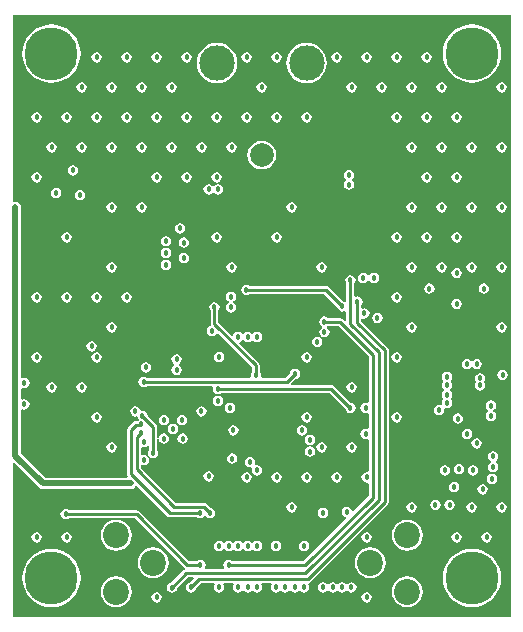
<source format=gbl>
G04*
G04 #@! TF.GenerationSoftware,Altium Limited,Altium Designer,19.1.8 (144)*
G04*
G04 Layer_Physical_Order=4*
G04 Layer_Color=16711680*
%FSLAX25Y25*%
%MOIN*%
G70*
G01*
G75*
%ADD13C,0.01000*%
%ADD45C,0.07874*%
%ADD46C,0.11811*%
%ADD47C,0.17717*%
%ADD48C,0.08661*%
%ADD51C,0.01800*%
%ADD52C,0.02000*%
G36*
X168110Y1969D02*
X1969D01*
Y53444D01*
X2430Y53636D01*
X10907Y45159D01*
X11502Y44761D01*
X12205Y44621D01*
X41339D01*
X42041Y44761D01*
X42636Y45159D01*
X42864Y45500D01*
X43474Y45597D01*
X53394Y35677D01*
X53824Y35390D01*
X54331Y35289D01*
X63491D01*
X63904Y35013D01*
X64567Y34881D01*
X65230Y35013D01*
X65793Y35388D01*
X65892Y35537D01*
X66392D01*
X66491Y35388D01*
X67053Y35013D01*
X67716Y34881D01*
X68380Y35013D01*
X68942Y35388D01*
X69318Y35951D01*
X69450Y36614D01*
X69318Y37277D01*
X68942Y37840D01*
X68380Y38216D01*
X67893Y38312D01*
X66685Y39520D01*
X66255Y39807D01*
X65748Y39908D01*
X56454D01*
X44633Y51730D01*
Y52447D01*
X45133Y52711D01*
X45705Y52597D01*
X46368Y52729D01*
X46930Y53105D01*
X47306Y53667D01*
X47438Y54331D01*
X47306Y54994D01*
X46930Y55556D01*
X46368Y55932D01*
X45705Y56064D01*
X45133Y55950D01*
X44633Y56214D01*
Y58329D01*
X45133Y58610D01*
X45669Y58503D01*
X46333Y58635D01*
X46895Y59011D01*
X46993Y59158D01*
X47493Y59006D01*
Y57769D01*
X47218Y57356D01*
X47086Y56693D01*
X47218Y56030D01*
X47593Y55467D01*
X48156Y55092D01*
X48819Y54960D01*
X49482Y55092D01*
X50045Y55467D01*
X50420Y56030D01*
X50552Y56693D01*
X50420Y57356D01*
X50144Y57769D01*
Y61290D01*
X50644Y61339D01*
X50761Y60754D01*
X51137Y60192D01*
X51699Y59816D01*
X52362Y59684D01*
X53026Y59816D01*
X53588Y60192D01*
X53964Y60754D01*
X54096Y61417D01*
X53964Y62081D01*
X53588Y62643D01*
X53026Y63019D01*
X52362Y63151D01*
X51699Y63019D01*
X51137Y62643D01*
X50761Y62081D01*
X50644Y61495D01*
X50144Y61544D01*
Y65354D01*
X50043Y65862D01*
X49756Y66292D01*
X46974Y69074D01*
X46877Y69561D01*
X46501Y70123D01*
X45939Y70499D01*
X45276Y70631D01*
X44640Y70505D01*
X44515Y71136D01*
X44139Y71698D01*
X43577Y72074D01*
X42913Y72206D01*
X42250Y72074D01*
X41688Y71698D01*
X41312Y71136D01*
X41180Y70472D01*
X41312Y69809D01*
X41688Y69247D01*
X42250Y68871D01*
X42913Y68739D01*
X43549Y68866D01*
X43674Y68234D01*
X44050Y67672D01*
Y67630D01*
X43656Y67367D01*
X43621Y67314D01*
X43154D01*
X42647Y67213D01*
X42217Y66926D01*
X40401Y65110D01*
X40114Y64680D01*
X40013Y64173D01*
Y49606D01*
X40114Y49099D01*
X40319Y48792D01*
X40134Y48292D01*
X12965D01*
X4788Y56469D01*
Y71006D01*
X5159Y71205D01*
X5288Y71224D01*
X5906Y71101D01*
X6569Y71233D01*
X7131Y71609D01*
X7507Y72171D01*
X7639Y72835D01*
X7507Y73498D01*
X7131Y74060D01*
X6569Y74436D01*
X5906Y74568D01*
X5288Y74445D01*
X5159Y74465D01*
X4788Y74663D01*
Y78093D01*
X5159Y78291D01*
X5288Y78311D01*
X5906Y78188D01*
X6569Y78320D01*
X7131Y78696D01*
X7507Y79258D01*
X7639Y79921D01*
X7507Y80585D01*
X7131Y81147D01*
X6569Y81523D01*
X5906Y81655D01*
X5288Y81532D01*
X5159Y81551D01*
X4788Y81749D01*
Y138583D01*
X4648Y139285D01*
X4250Y139880D01*
X3655Y140278D01*
X2953Y140418D01*
X2468Y140322D01*
X1969Y140645D01*
Y202756D01*
X168110D01*
Y1969D01*
D02*
G37*
%LPC*%
G36*
X140000Y190237D02*
X139337Y190105D01*
X138774Y189730D01*
X138399Y189167D01*
X138267Y188504D01*
X138399Y187841D01*
X138774Y187278D01*
X139337Y186903D01*
X140000Y186771D01*
X140663Y186903D01*
X141226Y187278D01*
X141601Y187841D01*
X141733Y188504D01*
X141601Y189167D01*
X141226Y189730D01*
X140663Y190105D01*
X140000Y190237D01*
D02*
G37*
G36*
X130000D02*
X129337Y190105D01*
X128774Y189730D01*
X128399Y189167D01*
X128267Y188504D01*
X128399Y187841D01*
X128774Y187278D01*
X129337Y186903D01*
X130000Y186771D01*
X130663Y186903D01*
X131226Y187278D01*
X131601Y187841D01*
X131733Y188504D01*
X131601Y189167D01*
X131226Y189730D01*
X130663Y190105D01*
X130000Y190237D01*
D02*
G37*
G36*
X120000D02*
X119337Y190105D01*
X118774Y189730D01*
X118399Y189167D01*
X118267Y188504D01*
X118399Y187841D01*
X118774Y187278D01*
X119337Y186903D01*
X120000Y186771D01*
X120663Y186903D01*
X121226Y187278D01*
X121601Y187841D01*
X121733Y188504D01*
X121601Y189167D01*
X121226Y189730D01*
X120663Y190105D01*
X120000Y190237D01*
D02*
G37*
G36*
X110000D02*
X109337Y190105D01*
X108774Y189730D01*
X108399Y189167D01*
X108267Y188504D01*
X108399Y187841D01*
X108774Y187278D01*
X109337Y186903D01*
X110000Y186771D01*
X110663Y186903D01*
X111226Y187278D01*
X111601Y187841D01*
X111733Y188504D01*
X111601Y189167D01*
X111226Y189730D01*
X110663Y190105D01*
X110000Y190237D01*
D02*
G37*
G36*
X90000D02*
X89337Y190105D01*
X88774Y189730D01*
X88399Y189167D01*
X88267Y188504D01*
X88399Y187841D01*
X88774Y187278D01*
X89337Y186903D01*
X90000Y186771D01*
X90663Y186903D01*
X91226Y187278D01*
X91601Y187841D01*
X91733Y188504D01*
X91601Y189167D01*
X91226Y189730D01*
X90663Y190105D01*
X90000Y190237D01*
D02*
G37*
G36*
X80000D02*
X79337Y190105D01*
X78774Y189730D01*
X78399Y189167D01*
X78267Y188504D01*
X78399Y187841D01*
X78774Y187278D01*
X79337Y186903D01*
X80000Y186771D01*
X80663Y186903D01*
X81226Y187278D01*
X81601Y187841D01*
X81733Y188504D01*
X81601Y189167D01*
X81226Y189730D01*
X80663Y190105D01*
X80000Y190237D01*
D02*
G37*
G36*
X60000D02*
X59337Y190105D01*
X58774Y189730D01*
X58399Y189167D01*
X58267Y188504D01*
X58399Y187841D01*
X58774Y187278D01*
X59337Y186903D01*
X60000Y186771D01*
X60663Y186903D01*
X61226Y187278D01*
X61601Y187841D01*
X61733Y188504D01*
X61601Y189167D01*
X61226Y189730D01*
X60663Y190105D01*
X60000Y190237D01*
D02*
G37*
G36*
X50000D02*
X49337Y190105D01*
X48774Y189730D01*
X48399Y189167D01*
X48267Y188504D01*
X48399Y187841D01*
X48774Y187278D01*
X49337Y186903D01*
X50000Y186771D01*
X50663Y186903D01*
X51226Y187278D01*
X51601Y187841D01*
X51733Y188504D01*
X51601Y189167D01*
X51226Y189730D01*
X50663Y190105D01*
X50000Y190237D01*
D02*
G37*
G36*
X40000D02*
X39337Y190105D01*
X38774Y189730D01*
X38399Y189167D01*
X38267Y188504D01*
X38399Y187841D01*
X38774Y187278D01*
X39337Y186903D01*
X40000Y186771D01*
X40663Y186903D01*
X41226Y187278D01*
X41601Y187841D01*
X41733Y188504D01*
X41601Y189167D01*
X41226Y189730D01*
X40663Y190105D01*
X40000Y190237D01*
D02*
G37*
G36*
X30000D02*
X29337Y190105D01*
X28774Y189730D01*
X28399Y189167D01*
X28267Y188504D01*
X28399Y187841D01*
X28774Y187278D01*
X29337Y186903D01*
X30000Y186771D01*
X30663Y186903D01*
X31226Y187278D01*
X31601Y187841D01*
X31733Y188504D01*
X31601Y189167D01*
X31226Y189730D01*
X30663Y190105D01*
X30000Y190237D01*
D02*
G37*
G36*
X155118Y199469D02*
X153225Y199282D01*
X151404Y198730D01*
X149726Y197833D01*
X148256Y196626D01*
X147049Y195156D01*
X146152Y193478D01*
X145600Y191657D01*
X145413Y189764D01*
X145600Y187870D01*
X146152Y186050D01*
X147049Y184372D01*
X148256Y182901D01*
X149726Y181694D01*
X151404Y180798D01*
X153225Y180245D01*
X155118Y180059D01*
X157011Y180245D01*
X158832Y180798D01*
X160510Y181694D01*
X161981Y182901D01*
X163188Y184372D01*
X164084Y186050D01*
X164637Y187870D01*
X164823Y189764D01*
X164637Y191657D01*
X164084Y193478D01*
X163188Y195156D01*
X161981Y196626D01*
X160510Y197833D01*
X158832Y198730D01*
X157011Y199282D01*
X155118Y199469D01*
D02*
G37*
G36*
X14961D02*
X13067Y199282D01*
X11247Y198730D01*
X9569Y197833D01*
X8098Y196626D01*
X6891Y195156D01*
X5994Y193478D01*
X5442Y191657D01*
X5256Y189764D01*
X5442Y187870D01*
X5994Y186050D01*
X6891Y184372D01*
X8098Y182901D01*
X9569Y181694D01*
X11247Y180798D01*
X13067Y180245D01*
X14961Y180059D01*
X16854Y180245D01*
X18675Y180798D01*
X20352Y181694D01*
X21823Y182901D01*
X23030Y184372D01*
X23927Y186050D01*
X24479Y187870D01*
X24666Y189764D01*
X24479Y191657D01*
X23927Y193478D01*
X23030Y195156D01*
X21823Y196626D01*
X20352Y197833D01*
X18675Y198730D01*
X16854Y199282D01*
X14961Y199469D01*
D02*
G37*
G36*
X100000Y193352D02*
X98685Y193223D01*
X97421Y192839D01*
X96257Y192217D01*
X95236Y191379D01*
X94398Y190358D01*
X93775Y189193D01*
X93392Y187929D01*
X93262Y186614D01*
X93392Y185300D01*
X93775Y184036D01*
X94398Y182871D01*
X95236Y181850D01*
X96257Y181012D01*
X97421Y180389D01*
X98685Y180006D01*
X100000Y179876D01*
X101314Y180006D01*
X102578Y180389D01*
X103743Y181012D01*
X104764Y181850D01*
X105602Y182871D01*
X106225Y184036D01*
X106608Y185300D01*
X106738Y186614D01*
X106608Y187929D01*
X106225Y189193D01*
X105602Y190358D01*
X104764Y191379D01*
X103743Y192217D01*
X102578Y192839D01*
X101314Y193223D01*
X100000Y193352D01*
D02*
G37*
G36*
X70079D02*
X68764Y193223D01*
X67500Y192839D01*
X66335Y192217D01*
X65314Y191379D01*
X64476Y190358D01*
X63854Y189193D01*
X63470Y187929D01*
X63341Y186614D01*
X63470Y185300D01*
X63854Y184036D01*
X64476Y182871D01*
X65314Y181850D01*
X66335Y181012D01*
X67500Y180389D01*
X68764Y180006D01*
X70079Y179876D01*
X71393Y180006D01*
X72657Y180389D01*
X73822Y181012D01*
X74843Y181850D01*
X75681Y182871D01*
X76304Y184036D01*
X76687Y185300D01*
X76817Y186614D01*
X76687Y187929D01*
X76304Y189193D01*
X75681Y190358D01*
X74843Y191379D01*
X73822Y192217D01*
X72657Y192839D01*
X71393Y193223D01*
X70079Y193352D01*
D02*
G37*
G36*
X165000Y180237D02*
X164337Y180105D01*
X163774Y179730D01*
X163399Y179167D01*
X163267Y178504D01*
X163399Y177841D01*
X163774Y177278D01*
X164337Y176903D01*
X165000Y176771D01*
X165663Y176903D01*
X166226Y177278D01*
X166601Y177841D01*
X166733Y178504D01*
X166601Y179167D01*
X166226Y179730D01*
X165663Y180105D01*
X165000Y180237D01*
D02*
G37*
G36*
X145000D02*
X144337Y180105D01*
X143774Y179730D01*
X143399Y179167D01*
X143267Y178504D01*
X143399Y177841D01*
X143774Y177278D01*
X144337Y176903D01*
X145000Y176771D01*
X145663Y176903D01*
X146226Y177278D01*
X146601Y177841D01*
X146733Y178504D01*
X146601Y179167D01*
X146226Y179730D01*
X145663Y180105D01*
X145000Y180237D01*
D02*
G37*
G36*
X135000D02*
X134337Y180105D01*
X133774Y179730D01*
X133399Y179167D01*
X133267Y178504D01*
X133399Y177841D01*
X133774Y177278D01*
X134337Y176903D01*
X135000Y176771D01*
X135663Y176903D01*
X136226Y177278D01*
X136601Y177841D01*
X136733Y178504D01*
X136601Y179167D01*
X136226Y179730D01*
X135663Y180105D01*
X135000Y180237D01*
D02*
G37*
G36*
X125000D02*
X124337Y180105D01*
X123774Y179730D01*
X123399Y179167D01*
X123267Y178504D01*
X123399Y177841D01*
X123774Y177278D01*
X124337Y176903D01*
X125000Y176771D01*
X125663Y176903D01*
X126226Y177278D01*
X126601Y177841D01*
X126733Y178504D01*
X126601Y179167D01*
X126226Y179730D01*
X125663Y180105D01*
X125000Y180237D01*
D02*
G37*
G36*
X115000D02*
X114337Y180105D01*
X113774Y179730D01*
X113399Y179167D01*
X113267Y178504D01*
X113399Y177841D01*
X113774Y177278D01*
X114337Y176903D01*
X115000Y176771D01*
X115663Y176903D01*
X116226Y177278D01*
X116601Y177841D01*
X116733Y178504D01*
X116601Y179167D01*
X116226Y179730D01*
X115663Y180105D01*
X115000Y180237D01*
D02*
G37*
G36*
X85000D02*
X84337Y180105D01*
X83774Y179730D01*
X83399Y179167D01*
X83267Y178504D01*
X83399Y177841D01*
X83774Y177278D01*
X84337Y176903D01*
X85000Y176771D01*
X85663Y176903D01*
X86226Y177278D01*
X86601Y177841D01*
X86733Y178504D01*
X86601Y179167D01*
X86226Y179730D01*
X85663Y180105D01*
X85000Y180237D01*
D02*
G37*
G36*
X55000D02*
X54337Y180105D01*
X53774Y179730D01*
X53399Y179167D01*
X53267Y178504D01*
X53399Y177841D01*
X53774Y177278D01*
X54337Y176903D01*
X55000Y176771D01*
X55663Y176903D01*
X56226Y177278D01*
X56601Y177841D01*
X56733Y178504D01*
X56601Y179167D01*
X56226Y179730D01*
X55663Y180105D01*
X55000Y180237D01*
D02*
G37*
G36*
X45000D02*
X44337Y180105D01*
X43774Y179730D01*
X43399Y179167D01*
X43267Y178504D01*
X43399Y177841D01*
X43774Y177278D01*
X44337Y176903D01*
X45000Y176771D01*
X45663Y176903D01*
X46226Y177278D01*
X46601Y177841D01*
X46733Y178504D01*
X46601Y179167D01*
X46226Y179730D01*
X45663Y180105D01*
X45000Y180237D01*
D02*
G37*
G36*
X35000D02*
X34337Y180105D01*
X33774Y179730D01*
X33399Y179167D01*
X33267Y178504D01*
X33399Y177841D01*
X33774Y177278D01*
X34337Y176903D01*
X35000Y176771D01*
X35663Y176903D01*
X36226Y177278D01*
X36601Y177841D01*
X36733Y178504D01*
X36601Y179167D01*
X36226Y179730D01*
X35663Y180105D01*
X35000Y180237D01*
D02*
G37*
G36*
X25000D02*
X24337Y180105D01*
X23774Y179730D01*
X23399Y179167D01*
X23267Y178504D01*
X23399Y177841D01*
X23774Y177278D01*
X24337Y176903D01*
X25000Y176771D01*
X25663Y176903D01*
X26226Y177278D01*
X26601Y177841D01*
X26733Y178504D01*
X26601Y179167D01*
X26226Y179730D01*
X25663Y180105D01*
X25000Y180237D01*
D02*
G37*
G36*
X150000Y170237D02*
X149337Y170105D01*
X148774Y169730D01*
X148399Y169167D01*
X148267Y168504D01*
X148399Y167841D01*
X148774Y167278D01*
X149337Y166903D01*
X150000Y166771D01*
X150663Y166903D01*
X151226Y167278D01*
X151601Y167841D01*
X151733Y168504D01*
X151601Y169167D01*
X151226Y169730D01*
X150663Y170105D01*
X150000Y170237D01*
D02*
G37*
G36*
X140000D02*
X139337Y170105D01*
X138774Y169730D01*
X138399Y169167D01*
X138267Y168504D01*
X138399Y167841D01*
X138774Y167278D01*
X139337Y166903D01*
X140000Y166771D01*
X140663Y166903D01*
X141226Y167278D01*
X141601Y167841D01*
X141733Y168504D01*
X141601Y169167D01*
X141226Y169730D01*
X140663Y170105D01*
X140000Y170237D01*
D02*
G37*
G36*
X130000D02*
X129337Y170105D01*
X128774Y169730D01*
X128399Y169167D01*
X128267Y168504D01*
X128399Y167841D01*
X128774Y167278D01*
X129337Y166903D01*
X130000Y166771D01*
X130663Y166903D01*
X131226Y167278D01*
X131601Y167841D01*
X131733Y168504D01*
X131601Y169167D01*
X131226Y169730D01*
X130663Y170105D01*
X130000Y170237D01*
D02*
G37*
G36*
X100000D02*
X99337Y170105D01*
X98774Y169730D01*
X98399Y169167D01*
X98267Y168504D01*
X98399Y167841D01*
X98774Y167278D01*
X99337Y166903D01*
X100000Y166771D01*
X100663Y166903D01*
X101226Y167278D01*
X101601Y167841D01*
X101733Y168504D01*
X101601Y169167D01*
X101226Y169730D01*
X100663Y170105D01*
X100000Y170237D01*
D02*
G37*
G36*
X90000D02*
X89337Y170105D01*
X88774Y169730D01*
X88399Y169167D01*
X88267Y168504D01*
X88399Y167841D01*
X88774Y167278D01*
X89337Y166903D01*
X90000Y166771D01*
X90663Y166903D01*
X91226Y167278D01*
X91601Y167841D01*
X91733Y168504D01*
X91601Y169167D01*
X91226Y169730D01*
X90663Y170105D01*
X90000Y170237D01*
D02*
G37*
G36*
X80000D02*
X79337Y170105D01*
X78774Y169730D01*
X78399Y169167D01*
X78267Y168504D01*
X78399Y167841D01*
X78774Y167278D01*
X79337Y166903D01*
X80000Y166771D01*
X80663Y166903D01*
X81226Y167278D01*
X81601Y167841D01*
X81733Y168504D01*
X81601Y169167D01*
X81226Y169730D01*
X80663Y170105D01*
X80000Y170237D01*
D02*
G37*
G36*
X70000D02*
X69337Y170105D01*
X68774Y169730D01*
X68399Y169167D01*
X68267Y168504D01*
X68399Y167841D01*
X68774Y167278D01*
X69337Y166903D01*
X70000Y166771D01*
X70663Y166903D01*
X71226Y167278D01*
X71601Y167841D01*
X71733Y168504D01*
X71601Y169167D01*
X71226Y169730D01*
X70663Y170105D01*
X70000Y170237D01*
D02*
G37*
G36*
X60000D02*
X59337Y170105D01*
X58774Y169730D01*
X58399Y169167D01*
X58267Y168504D01*
X58399Y167841D01*
X58774Y167278D01*
X59337Y166903D01*
X60000Y166771D01*
X60663Y166903D01*
X61226Y167278D01*
X61601Y167841D01*
X61733Y168504D01*
X61601Y169167D01*
X61226Y169730D01*
X60663Y170105D01*
X60000Y170237D01*
D02*
G37*
G36*
X50000D02*
X49337Y170105D01*
X48774Y169730D01*
X48399Y169167D01*
X48267Y168504D01*
X48399Y167841D01*
X48774Y167278D01*
X49337Y166903D01*
X50000Y166771D01*
X50663Y166903D01*
X51226Y167278D01*
X51601Y167841D01*
X51733Y168504D01*
X51601Y169167D01*
X51226Y169730D01*
X50663Y170105D01*
X50000Y170237D01*
D02*
G37*
G36*
X40000D02*
X39337Y170105D01*
X38774Y169730D01*
X38399Y169167D01*
X38267Y168504D01*
X38399Y167841D01*
X38774Y167278D01*
X39337Y166903D01*
X40000Y166771D01*
X40663Y166903D01*
X41226Y167278D01*
X41601Y167841D01*
X41733Y168504D01*
X41601Y169167D01*
X41226Y169730D01*
X40663Y170105D01*
X40000Y170237D01*
D02*
G37*
G36*
X30000D02*
X29337Y170105D01*
X28774Y169730D01*
X28399Y169167D01*
X28267Y168504D01*
X28399Y167841D01*
X28774Y167278D01*
X29337Y166903D01*
X30000Y166771D01*
X30663Y166903D01*
X31226Y167278D01*
X31601Y167841D01*
X31733Y168504D01*
X31601Y169167D01*
X31226Y169730D01*
X30663Y170105D01*
X30000Y170237D01*
D02*
G37*
G36*
X20000D02*
X19337Y170105D01*
X18774Y169730D01*
X18399Y169167D01*
X18267Y168504D01*
X18399Y167841D01*
X18774Y167278D01*
X19337Y166903D01*
X20000Y166771D01*
X20663Y166903D01*
X21226Y167278D01*
X21601Y167841D01*
X21733Y168504D01*
X21601Y169167D01*
X21226Y169730D01*
X20663Y170105D01*
X20000Y170237D01*
D02*
G37*
G36*
X10000D02*
X9337Y170105D01*
X8774Y169730D01*
X8399Y169167D01*
X8267Y168504D01*
X8399Y167841D01*
X8774Y167278D01*
X9337Y166903D01*
X10000Y166771D01*
X10663Y166903D01*
X11226Y167278D01*
X11601Y167841D01*
X11733Y168504D01*
X11601Y169167D01*
X11226Y169730D01*
X10663Y170105D01*
X10000Y170237D01*
D02*
G37*
G36*
X165000Y160237D02*
X164337Y160105D01*
X163774Y159730D01*
X163399Y159167D01*
X163267Y158504D01*
X163399Y157841D01*
X163774Y157278D01*
X164337Y156903D01*
X165000Y156771D01*
X165663Y156903D01*
X166226Y157278D01*
X166601Y157841D01*
X166733Y158504D01*
X166601Y159167D01*
X166226Y159730D01*
X165663Y160105D01*
X165000Y160237D01*
D02*
G37*
G36*
X155000D02*
X154337Y160105D01*
X153774Y159730D01*
X153399Y159167D01*
X153267Y158504D01*
X153399Y157841D01*
X153774Y157278D01*
X154337Y156903D01*
X155000Y156771D01*
X155663Y156903D01*
X156226Y157278D01*
X156601Y157841D01*
X156733Y158504D01*
X156601Y159167D01*
X156226Y159730D01*
X155663Y160105D01*
X155000Y160237D01*
D02*
G37*
G36*
X145000D02*
X144337Y160105D01*
X143774Y159730D01*
X143399Y159167D01*
X143267Y158504D01*
X143399Y157841D01*
X143774Y157278D01*
X144337Y156903D01*
X145000Y156771D01*
X145663Y156903D01*
X146226Y157278D01*
X146601Y157841D01*
X146733Y158504D01*
X146601Y159167D01*
X146226Y159730D01*
X145663Y160105D01*
X145000Y160237D01*
D02*
G37*
G36*
X135000D02*
X134337Y160105D01*
X133774Y159730D01*
X133399Y159167D01*
X133267Y158504D01*
X133399Y157841D01*
X133774Y157278D01*
X134337Y156903D01*
X135000Y156771D01*
X135663Y156903D01*
X136226Y157278D01*
X136601Y157841D01*
X136733Y158504D01*
X136601Y159167D01*
X136226Y159730D01*
X135663Y160105D01*
X135000Y160237D01*
D02*
G37*
G36*
X75000D02*
X74337Y160105D01*
X73774Y159730D01*
X73399Y159167D01*
X73267Y158504D01*
X73399Y157841D01*
X73774Y157278D01*
X74337Y156903D01*
X75000Y156771D01*
X75663Y156903D01*
X76226Y157278D01*
X76601Y157841D01*
X76733Y158504D01*
X76601Y159167D01*
X76226Y159730D01*
X75663Y160105D01*
X75000Y160237D01*
D02*
G37*
G36*
X65000D02*
X64337Y160105D01*
X63774Y159730D01*
X63399Y159167D01*
X63267Y158504D01*
X63399Y157841D01*
X63774Y157278D01*
X64337Y156903D01*
X65000Y156771D01*
X65663Y156903D01*
X66226Y157278D01*
X66601Y157841D01*
X66733Y158504D01*
X66601Y159167D01*
X66226Y159730D01*
X65663Y160105D01*
X65000Y160237D01*
D02*
G37*
G36*
X55000D02*
X54337Y160105D01*
X53774Y159730D01*
X53399Y159167D01*
X53267Y158504D01*
X53399Y157841D01*
X53774Y157278D01*
X54337Y156903D01*
X55000Y156771D01*
X55663Y156903D01*
X56226Y157278D01*
X56601Y157841D01*
X56733Y158504D01*
X56601Y159167D01*
X56226Y159730D01*
X55663Y160105D01*
X55000Y160237D01*
D02*
G37*
G36*
X45000D02*
X44337Y160105D01*
X43774Y159730D01*
X43399Y159167D01*
X43267Y158504D01*
X43399Y157841D01*
X43774Y157278D01*
X44337Y156903D01*
X45000Y156771D01*
X45663Y156903D01*
X46226Y157278D01*
X46601Y157841D01*
X46733Y158504D01*
X46601Y159167D01*
X46226Y159730D01*
X45663Y160105D01*
X45000Y160237D01*
D02*
G37*
G36*
X35000D02*
X34337Y160105D01*
X33774Y159730D01*
X33399Y159167D01*
X33267Y158504D01*
X33399Y157841D01*
X33774Y157278D01*
X34337Y156903D01*
X35000Y156771D01*
X35663Y156903D01*
X36226Y157278D01*
X36601Y157841D01*
X36733Y158504D01*
X36601Y159167D01*
X36226Y159730D01*
X35663Y160105D01*
X35000Y160237D01*
D02*
G37*
G36*
X25000D02*
X24337Y160105D01*
X23774Y159730D01*
X23399Y159167D01*
X23267Y158504D01*
X23399Y157841D01*
X23774Y157278D01*
X24337Y156903D01*
X25000Y156771D01*
X25663Y156903D01*
X26226Y157278D01*
X26601Y157841D01*
X26733Y158504D01*
X26601Y159167D01*
X26226Y159730D01*
X25663Y160105D01*
X25000Y160237D01*
D02*
G37*
G36*
X15000D02*
X14337Y160105D01*
X13774Y159730D01*
X13399Y159167D01*
X13267Y158504D01*
X13399Y157841D01*
X13774Y157278D01*
X14337Y156903D01*
X15000Y156771D01*
X15663Y156903D01*
X16226Y157278D01*
X16601Y157841D01*
X16733Y158504D01*
X16601Y159167D01*
X16226Y159730D01*
X15663Y160105D01*
X15000Y160237D01*
D02*
G37*
G36*
X85039Y160683D02*
X83803Y160521D01*
X82650Y160043D01*
X81661Y159284D01*
X80902Y158294D01*
X80424Y157142D01*
X80261Y155905D01*
X80424Y154669D01*
X80902Y153517D01*
X81661Y152527D01*
X82650Y151768D01*
X83803Y151290D01*
X85039Y151128D01*
X86276Y151290D01*
X87428Y151768D01*
X88418Y152527D01*
X89177Y153517D01*
X89654Y154669D01*
X89817Y155905D01*
X89654Y157142D01*
X89177Y158294D01*
X88418Y159284D01*
X87428Y160043D01*
X86276Y160521D01*
X85039Y160683D01*
D02*
G37*
G36*
X22047Y152521D02*
X21384Y152389D01*
X20822Y152013D01*
X20446Y151451D01*
X20314Y150787D01*
X20446Y150124D01*
X20822Y149562D01*
X21384Y149186D01*
X22047Y149054D01*
X22711Y149186D01*
X23273Y149562D01*
X23649Y150124D01*
X23780Y150787D01*
X23649Y151451D01*
X23273Y152013D01*
X22711Y152389D01*
X22047Y152521D01*
D02*
G37*
G36*
X150000Y150237D02*
X149337Y150105D01*
X148774Y149730D01*
X148399Y149167D01*
X148267Y148504D01*
X148399Y147841D01*
X148774Y147278D01*
X149337Y146903D01*
X150000Y146771D01*
X150663Y146903D01*
X151226Y147278D01*
X151601Y147841D01*
X151733Y148504D01*
X151601Y149167D01*
X151226Y149730D01*
X150663Y150105D01*
X150000Y150237D01*
D02*
G37*
G36*
X140000D02*
X139337Y150105D01*
X138774Y149730D01*
X138399Y149167D01*
X138267Y148504D01*
X138399Y147841D01*
X138774Y147278D01*
X139337Y146903D01*
X140000Y146771D01*
X140663Y146903D01*
X141226Y147278D01*
X141601Y147841D01*
X141733Y148504D01*
X141601Y149167D01*
X141226Y149730D01*
X140663Y150105D01*
X140000Y150237D01*
D02*
G37*
G36*
X70000D02*
X69337Y150105D01*
X68774Y149730D01*
X68399Y149167D01*
X68267Y148504D01*
X68399Y147841D01*
X68774Y147278D01*
X69337Y146903D01*
X70000Y146771D01*
X70663Y146903D01*
X71226Y147278D01*
X71601Y147841D01*
X71733Y148504D01*
X71601Y149167D01*
X71226Y149730D01*
X70663Y150105D01*
X70000Y150237D01*
D02*
G37*
G36*
X60000D02*
X59337Y150105D01*
X58774Y149730D01*
X58399Y149167D01*
X58267Y148504D01*
X58399Y147841D01*
X58774Y147278D01*
X59337Y146903D01*
X60000Y146771D01*
X60663Y146903D01*
X61226Y147278D01*
X61601Y147841D01*
X61733Y148504D01*
X61601Y149167D01*
X61226Y149730D01*
X60663Y150105D01*
X60000Y150237D01*
D02*
G37*
G36*
X50000D02*
X49337Y150105D01*
X48774Y149730D01*
X48399Y149167D01*
X48267Y148504D01*
X48399Y147841D01*
X48774Y147278D01*
X49337Y146903D01*
X50000Y146771D01*
X50663Y146903D01*
X51226Y147278D01*
X51601Y147841D01*
X51733Y148504D01*
X51601Y149167D01*
X51226Y149730D01*
X50663Y150105D01*
X50000Y150237D01*
D02*
G37*
G36*
X10000D02*
X9337Y150105D01*
X8774Y149730D01*
X8399Y149167D01*
X8267Y148504D01*
X8399Y147841D01*
X8774Y147278D01*
X9337Y146903D01*
X10000Y146771D01*
X10663Y146903D01*
X11226Y147278D01*
X11601Y147841D01*
X11733Y148504D01*
X11601Y149167D01*
X11226Y149730D01*
X10663Y150105D01*
X10000Y150237D01*
D02*
G37*
G36*
X70472Y146221D02*
X69809Y146090D01*
X69247Y145714D01*
X69148Y145565D01*
X68648D01*
X68549Y145714D01*
X67986Y146090D01*
X67323Y146221D01*
X66659Y146090D01*
X66097Y145714D01*
X65721Y145151D01*
X65589Y144488D01*
X65721Y143825D01*
X66097Y143263D01*
X66659Y142887D01*
X67323Y142755D01*
X67986Y142887D01*
X68549Y143263D01*
X68648Y143411D01*
X69148D01*
X69247Y143263D01*
X69809Y142887D01*
X70472Y142755D01*
X71136Y142887D01*
X71698Y143263D01*
X72074Y143825D01*
X72206Y144488D01*
X72074Y145151D01*
X71698Y145714D01*
X71136Y146090D01*
X70472Y146221D01*
D02*
G37*
G36*
X114173Y150946D02*
X113510Y150814D01*
X112948Y150438D01*
X112572Y149876D01*
X112440Y149213D01*
X112572Y148549D01*
X112948Y147987D01*
X113096Y147888D01*
Y147388D01*
X112948Y147289D01*
X112572Y146726D01*
X112440Y146063D01*
X112572Y145400D01*
X112948Y144837D01*
X113510Y144462D01*
X114173Y144330D01*
X114837Y144462D01*
X115399Y144837D01*
X115775Y145400D01*
X115907Y146063D01*
X115775Y146726D01*
X115399Y147289D01*
X115251Y147388D01*
Y147888D01*
X115399Y147987D01*
X115775Y148549D01*
X115907Y149213D01*
X115775Y149876D01*
X115399Y150438D01*
X114837Y150814D01*
X114173Y150946D01*
D02*
G37*
G36*
X16535Y145040D02*
X15872Y144908D01*
X15310Y144533D01*
X14934Y143970D01*
X14802Y143307D01*
X14934Y142644D01*
X15310Y142081D01*
X15872Y141706D01*
X16535Y141574D01*
X17199Y141706D01*
X17761Y142081D01*
X18137Y142644D01*
X18269Y143307D01*
X18137Y143970D01*
X17761Y144533D01*
X17199Y144908D01*
X16535Y145040D01*
D02*
G37*
G36*
X24409Y144253D02*
X23746Y144121D01*
X23184Y143745D01*
X22808Y143183D01*
X22676Y142520D01*
X22808Y141856D01*
X23184Y141294D01*
X23746Y140918D01*
X24409Y140786D01*
X25073Y140918D01*
X25635Y141294D01*
X26011Y141856D01*
X26143Y142520D01*
X26011Y143183D01*
X25635Y143745D01*
X25073Y144121D01*
X24409Y144253D01*
D02*
G37*
G36*
X165000Y140237D02*
X164337Y140105D01*
X163774Y139730D01*
X163399Y139167D01*
X163267Y138504D01*
X163399Y137841D01*
X163774Y137278D01*
X164337Y136903D01*
X165000Y136771D01*
X165663Y136903D01*
X166226Y137278D01*
X166601Y137841D01*
X166733Y138504D01*
X166601Y139167D01*
X166226Y139730D01*
X165663Y140105D01*
X165000Y140237D01*
D02*
G37*
G36*
X155000D02*
X154337Y140105D01*
X153774Y139730D01*
X153399Y139167D01*
X153267Y138504D01*
X153399Y137841D01*
X153774Y137278D01*
X154337Y136903D01*
X155000Y136771D01*
X155663Y136903D01*
X156226Y137278D01*
X156601Y137841D01*
X156733Y138504D01*
X156601Y139167D01*
X156226Y139730D01*
X155663Y140105D01*
X155000Y140237D01*
D02*
G37*
G36*
X145000D02*
X144337Y140105D01*
X143774Y139730D01*
X143399Y139167D01*
X143267Y138504D01*
X143399Y137841D01*
X143774Y137278D01*
X144337Y136903D01*
X145000Y136771D01*
X145663Y136903D01*
X146226Y137278D01*
X146601Y137841D01*
X146733Y138504D01*
X146601Y139167D01*
X146226Y139730D01*
X145663Y140105D01*
X145000Y140237D01*
D02*
G37*
G36*
X135000D02*
X134337Y140105D01*
X133774Y139730D01*
X133399Y139167D01*
X133267Y138504D01*
X133399Y137841D01*
X133774Y137278D01*
X134337Y136903D01*
X135000Y136771D01*
X135663Y136903D01*
X136226Y137278D01*
X136601Y137841D01*
X136733Y138504D01*
X136601Y139167D01*
X136226Y139730D01*
X135663Y140105D01*
X135000Y140237D01*
D02*
G37*
G36*
X95000D02*
X94337Y140105D01*
X93774Y139730D01*
X93399Y139167D01*
X93267Y138504D01*
X93399Y137841D01*
X93774Y137278D01*
X94337Y136903D01*
X95000Y136771D01*
X95663Y136903D01*
X96226Y137278D01*
X96601Y137841D01*
X96733Y138504D01*
X96601Y139167D01*
X96226Y139730D01*
X95663Y140105D01*
X95000Y140237D01*
D02*
G37*
G36*
X45000D02*
X44337Y140105D01*
X43774Y139730D01*
X43399Y139167D01*
X43267Y138504D01*
X43399Y137841D01*
X43774Y137278D01*
X44337Y136903D01*
X45000Y136771D01*
X45663Y136903D01*
X46226Y137278D01*
X46601Y137841D01*
X46733Y138504D01*
X46601Y139167D01*
X46226Y139730D01*
X45663Y140105D01*
X45000Y140237D01*
D02*
G37*
G36*
X35000D02*
X34337Y140105D01*
X33774Y139730D01*
X33399Y139167D01*
X33267Y138504D01*
X33399Y137841D01*
X33774Y137278D01*
X34337Y136903D01*
X35000Y136771D01*
X35663Y136903D01*
X36226Y137278D01*
X36601Y137841D01*
X36733Y138504D01*
X36601Y139167D01*
X36226Y139730D01*
X35663Y140105D01*
X35000Y140237D01*
D02*
G37*
G36*
X57874Y133229D02*
X57211Y133097D01*
X56648Y132722D01*
X56273Y132159D01*
X56141Y131496D01*
X56273Y130833D01*
X56648Y130270D01*
X57211Y129895D01*
X57874Y129763D01*
X58537Y129895D01*
X59100Y130270D01*
X59475Y130833D01*
X59607Y131496D01*
X59475Y132159D01*
X59100Y132722D01*
X58537Y133097D01*
X57874Y133229D01*
D02*
G37*
G36*
X150000Y130237D02*
X149337Y130105D01*
X148774Y129730D01*
X148399Y129167D01*
X148267Y128504D01*
X148399Y127841D01*
X148774Y127278D01*
X149337Y126903D01*
X150000Y126771D01*
X150663Y126903D01*
X151226Y127278D01*
X151601Y127841D01*
X151733Y128504D01*
X151601Y129167D01*
X151226Y129730D01*
X150663Y130105D01*
X150000Y130237D01*
D02*
G37*
G36*
X140000D02*
X139337Y130105D01*
X138774Y129730D01*
X138399Y129167D01*
X138267Y128504D01*
X138399Y127841D01*
X138774Y127278D01*
X139337Y126903D01*
X140000Y126771D01*
X140663Y126903D01*
X141226Y127278D01*
X141601Y127841D01*
X141733Y128504D01*
X141601Y129167D01*
X141226Y129730D01*
X140663Y130105D01*
X140000Y130237D01*
D02*
G37*
G36*
X130000D02*
X129337Y130105D01*
X128774Y129730D01*
X128399Y129167D01*
X128267Y128504D01*
X128399Y127841D01*
X128774Y127278D01*
X129337Y126903D01*
X130000Y126771D01*
X130663Y126903D01*
X131226Y127278D01*
X131601Y127841D01*
X131733Y128504D01*
X131601Y129167D01*
X131226Y129730D01*
X130663Y130105D01*
X130000Y130237D01*
D02*
G37*
G36*
X90000D02*
X89337Y130105D01*
X88774Y129730D01*
X88399Y129167D01*
X88267Y128504D01*
X88399Y127841D01*
X88774Y127278D01*
X89337Y126903D01*
X90000Y126771D01*
X90663Y126903D01*
X91226Y127278D01*
X91601Y127841D01*
X91733Y128504D01*
X91601Y129167D01*
X91226Y129730D01*
X90663Y130105D01*
X90000Y130237D01*
D02*
G37*
G36*
X70000D02*
X69337Y130105D01*
X68774Y129730D01*
X68399Y129167D01*
X68267Y128504D01*
X68399Y127841D01*
X68774Y127278D01*
X69337Y126903D01*
X70000Y126771D01*
X70663Y126903D01*
X71226Y127278D01*
X71601Y127841D01*
X71733Y128504D01*
X71601Y129167D01*
X71226Y129730D01*
X70663Y130105D01*
X70000Y130237D01*
D02*
G37*
G36*
X20000D02*
X19337Y130105D01*
X18774Y129730D01*
X18399Y129167D01*
X18267Y128504D01*
X18399Y127841D01*
X18774Y127278D01*
X19337Y126903D01*
X20000Y126771D01*
X20663Y126903D01*
X21226Y127278D01*
X21601Y127841D01*
X21733Y128504D01*
X21601Y129167D01*
X21226Y129730D01*
X20663Y130105D01*
X20000Y130237D01*
D02*
G37*
G36*
X59055Y128505D02*
X58392Y128373D01*
X57829Y127997D01*
X57454Y127435D01*
X57322Y126772D01*
X57454Y126108D01*
X57829Y125546D01*
X58392Y125170D01*
X59055Y125038D01*
X59718Y125170D01*
X60281Y125546D01*
X60656Y126108D01*
X60788Y126772D01*
X60656Y127435D01*
X60281Y127997D01*
X59718Y128373D01*
X59055Y128505D01*
D02*
G37*
G36*
Y123387D02*
X58392Y123255D01*
X57829Y122879D01*
X57454Y122317D01*
X57322Y121653D01*
X57454Y120990D01*
X57829Y120428D01*
X58392Y120052D01*
X59055Y119920D01*
X59718Y120052D01*
X60281Y120428D01*
X60656Y120990D01*
X60788Y121653D01*
X60656Y122317D01*
X60281Y122879D01*
X59718Y123255D01*
X59055Y123387D01*
D02*
G37*
G36*
X53150Y128899D02*
X52486Y128767D01*
X51924Y128391D01*
X51548Y127829D01*
X51416Y127165D01*
X51548Y126502D01*
X51924Y125940D01*
X52486Y125564D01*
X53051Y125452D01*
Y124942D01*
X52486Y124830D01*
X51924Y124454D01*
X51548Y123892D01*
X51416Y123228D01*
X51548Y122565D01*
X51924Y122003D01*
X52486Y121627D01*
X53051Y121515D01*
Y121005D01*
X52486Y120893D01*
X51924Y120517D01*
X51548Y119955D01*
X51416Y119291D01*
X51548Y118628D01*
X51924Y118066D01*
X52486Y117690D01*
X53150Y117558D01*
X53813Y117690D01*
X54375Y118066D01*
X54751Y118628D01*
X54883Y119291D01*
X54751Y119955D01*
X54375Y120517D01*
X53813Y120893D01*
X53249Y121005D01*
Y121515D01*
X53813Y121627D01*
X54375Y122003D01*
X54751Y122565D01*
X54883Y123228D01*
X54751Y123892D01*
X54375Y124454D01*
X53813Y124830D01*
X53249Y124942D01*
Y125452D01*
X53813Y125564D01*
X54375Y125940D01*
X54751Y126502D01*
X54883Y127165D01*
X54751Y127829D01*
X54375Y128391D01*
X53813Y128767D01*
X53150Y128899D01*
D02*
G37*
G36*
X165000Y120237D02*
X164337Y120105D01*
X163774Y119730D01*
X163399Y119167D01*
X163267Y118504D01*
X163399Y117841D01*
X163774Y117278D01*
X164337Y116903D01*
X165000Y116771D01*
X165663Y116903D01*
X166226Y117278D01*
X166601Y117841D01*
X166733Y118504D01*
X166601Y119167D01*
X166226Y119730D01*
X165663Y120105D01*
X165000Y120237D01*
D02*
G37*
G36*
X155000D02*
X154337Y120105D01*
X153774Y119730D01*
X153399Y119167D01*
X153267Y118504D01*
X153399Y117841D01*
X153774Y117278D01*
X154337Y116903D01*
X155000Y116771D01*
X155663Y116903D01*
X156226Y117278D01*
X156601Y117841D01*
X156733Y118504D01*
X156601Y119167D01*
X156226Y119730D01*
X155663Y120105D01*
X155000Y120237D01*
D02*
G37*
G36*
X145000D02*
X144337Y120105D01*
X143774Y119730D01*
X143399Y119167D01*
X143267Y118504D01*
X143399Y117841D01*
X143774Y117278D01*
X144337Y116903D01*
X145000Y116771D01*
X145663Y116903D01*
X146226Y117278D01*
X146601Y117841D01*
X146733Y118504D01*
X146601Y119167D01*
X146226Y119730D01*
X145663Y120105D01*
X145000Y120237D01*
D02*
G37*
G36*
X135000D02*
X134337Y120105D01*
X133774Y119730D01*
X133399Y119167D01*
X133267Y118504D01*
X133399Y117841D01*
X133774Y117278D01*
X134337Y116903D01*
X135000Y116771D01*
X135663Y116903D01*
X136226Y117278D01*
X136601Y117841D01*
X136733Y118504D01*
X136601Y119167D01*
X136226Y119730D01*
X135663Y120105D01*
X135000Y120237D01*
D02*
G37*
G36*
X105000D02*
X104337Y120105D01*
X103774Y119730D01*
X103399Y119167D01*
X103267Y118504D01*
X103399Y117841D01*
X103774Y117278D01*
X104337Y116903D01*
X105000Y116771D01*
X105663Y116903D01*
X106226Y117278D01*
X106601Y117841D01*
X106733Y118504D01*
X106601Y119167D01*
X106226Y119730D01*
X105663Y120105D01*
X105000Y120237D01*
D02*
G37*
G36*
X75000D02*
X74337Y120105D01*
X73774Y119730D01*
X73399Y119167D01*
X73267Y118504D01*
X73399Y117841D01*
X73774Y117278D01*
X74337Y116903D01*
X75000Y116771D01*
X75663Y116903D01*
X76226Y117278D01*
X76601Y117841D01*
X76733Y118504D01*
X76601Y119167D01*
X76226Y119730D01*
X75663Y120105D01*
X75000Y120237D01*
D02*
G37*
G36*
X35000D02*
X34337Y120105D01*
X33774Y119730D01*
X33399Y119167D01*
X33267Y118504D01*
X33399Y117841D01*
X33774Y117278D01*
X34337Y116903D01*
X35000Y116771D01*
X35663Y116903D01*
X36226Y117278D01*
X36601Y117841D01*
X36733Y118504D01*
X36601Y119167D01*
X36226Y119730D01*
X35663Y120105D01*
X35000Y120237D01*
D02*
G37*
G36*
X122441Y116694D02*
X121778Y116562D01*
X121215Y116186D01*
X120947Y115785D01*
X120918Y115774D01*
X120421D01*
X120391Y115785D01*
X120123Y116186D01*
X119561Y116562D01*
X118898Y116694D01*
X118234Y116562D01*
X117672Y116186D01*
X117296Y115624D01*
X117164Y114961D01*
X117296Y114297D01*
X117672Y113735D01*
X118234Y113359D01*
X118898Y113227D01*
X119561Y113359D01*
X120123Y113735D01*
X120391Y114136D01*
X120421Y114147D01*
X120918D01*
X120947Y114136D01*
X121215Y113735D01*
X121778Y113359D01*
X122441Y113227D01*
X123104Y113359D01*
X123667Y113735D01*
X124042Y114297D01*
X124174Y114961D01*
X124042Y115624D01*
X123667Y116186D01*
X123104Y116562D01*
X122441Y116694D01*
D02*
G37*
G36*
X150000Y118269D02*
X149337Y118137D01*
X148774Y117761D01*
X148399Y117199D01*
X148267Y116535D01*
X148399Y115872D01*
X148774Y115310D01*
X149337Y114934D01*
X150000Y114802D01*
X150663Y114934D01*
X151226Y115310D01*
X151601Y115872D01*
X151733Y116535D01*
X151601Y117199D01*
X151226Y117761D01*
X150663Y118137D01*
X150000Y118269D01*
D02*
G37*
G36*
X159055Y113151D02*
X158392Y113019D01*
X157829Y112643D01*
X157454Y112081D01*
X157322Y111417D01*
X157454Y110754D01*
X157829Y110192D01*
X158392Y109816D01*
X159055Y109684D01*
X159718Y109816D01*
X160281Y110192D01*
X160656Y110754D01*
X160788Y111417D01*
X160656Y112081D01*
X160281Y112643D01*
X159718Y113019D01*
X159055Y113151D01*
D02*
G37*
G36*
X140945D02*
X140282Y113019D01*
X139719Y112643D01*
X139344Y112081D01*
X139212Y111417D01*
X139344Y110754D01*
X139719Y110192D01*
X140282Y109816D01*
X140945Y109684D01*
X141608Y109816D01*
X142171Y110192D01*
X142546Y110754D01*
X142678Y111417D01*
X142546Y112081D01*
X142171Y112643D01*
X141608Y113019D01*
X140945Y113151D01*
D02*
G37*
G36*
X114567Y115907D02*
X113904Y115775D01*
X113341Y115399D01*
X112966Y114837D01*
X112834Y114173D01*
X112966Y113510D01*
X113242Y113097D01*
Y107304D01*
X112741Y107036D01*
X112626Y107113D01*
X112139Y107210D01*
X107388Y111961D01*
X106958Y112248D01*
X106451Y112349D01*
X80998D01*
X80585Y112625D01*
X79921Y112757D01*
X79258Y112625D01*
X78696Y112249D01*
X78320Y111687D01*
X78188Y111024D01*
X78320Y110360D01*
X78696Y109798D01*
X79258Y109422D01*
X79921Y109290D01*
X80585Y109422D01*
X80998Y109698D01*
X105902D01*
X110265Y105335D01*
X110362Y104849D01*
X110737Y104286D01*
X111300Y103910D01*
X111963Y103779D01*
X112626Y103910D01*
X112741Y103987D01*
X113242Y103720D01*
Y100704D01*
X112779Y100512D01*
X111961Y101331D01*
X111531Y101618D01*
X111024Y101719D01*
X106982D01*
X106569Y101995D01*
X105905Y102127D01*
X105242Y101995D01*
X104680Y101619D01*
X104304Y101057D01*
X104172Y100394D01*
X104304Y99730D01*
X104680Y99168D01*
X105081Y98900D01*
X105092Y98871D01*
Y98374D01*
X105081Y98344D01*
X104680Y98076D01*
X104304Y97514D01*
X104172Y96850D01*
X104304Y96187D01*
X104680Y95625D01*
X105242Y95249D01*
X105905Y95117D01*
X106569Y95249D01*
X107131Y95625D01*
X107507Y96187D01*
X107639Y96850D01*
X107507Y97514D01*
X107131Y98076D01*
X106880Y98244D01*
X106843Y98793D01*
X107137Y99068D01*
X110475D01*
X120722Y88821D01*
Y73561D01*
X120222Y73280D01*
X119685Y73387D01*
X119022Y73255D01*
X118459Y72879D01*
X118084Y72317D01*
X117952Y71653D01*
X118084Y70990D01*
X118459Y70428D01*
X119022Y70052D01*
X119685Y69920D01*
X120222Y70027D01*
X120722Y69746D01*
Y64899D01*
X120222Y64619D01*
X119685Y64725D01*
X119022Y64593D01*
X118459Y64218D01*
X118084Y63655D01*
X117952Y62992D01*
X118084Y62329D01*
X118459Y61766D01*
X119022Y61391D01*
X119685Y61259D01*
X120222Y61366D01*
X120722Y61085D01*
Y50603D01*
X120222Y50193D01*
X120000Y50237D01*
X119337Y50105D01*
X118774Y49730D01*
X118399Y49167D01*
X118267Y48504D01*
X118399Y47841D01*
X118774Y47278D01*
X119337Y46903D01*
X120000Y46771D01*
X120222Y46815D01*
X120722Y46404D01*
Y42281D01*
X115599Y37159D01*
X115056Y37323D01*
X114987Y37671D01*
X114611Y38234D01*
X114049Y38609D01*
X113386Y38741D01*
X112723Y38609D01*
X112160Y38234D01*
X111785Y37671D01*
X111653Y37008D01*
X111785Y36345D01*
X112160Y35782D01*
X112723Y35407D01*
X113071Y35337D01*
X113235Y34795D01*
X99057Y20617D01*
X75092D01*
X74679Y20893D01*
X74016Y21025D01*
X73352Y20893D01*
X72790Y20517D01*
X72414Y19955D01*
X72282Y19291D01*
X72414Y18628D01*
X72593Y18361D01*
X72326Y17861D01*
X66257D01*
X65990Y18361D01*
X66168Y18628D01*
X66300Y19291D01*
X66168Y19955D01*
X65793Y20517D01*
X65230Y20893D01*
X64567Y21025D01*
X63904Y20893D01*
X63491Y20617D01*
X60785D01*
X44244Y37158D01*
X43814Y37445D01*
X43307Y37546D01*
X20761D01*
X20348Y37822D01*
X19685Y37954D01*
X19022Y37822D01*
X18459Y37446D01*
X18084Y36884D01*
X17952Y36220D01*
X18084Y35557D01*
X18459Y34995D01*
X19022Y34619D01*
X19685Y34487D01*
X20348Y34619D01*
X20761Y34895D01*
X42758D01*
X59299Y18354D01*
X59416Y18276D01*
X59398Y17985D01*
X59336Y17728D01*
X58954Y17473D01*
X54942Y13461D01*
X54455Y13364D01*
X53892Y12988D01*
X53517Y12426D01*
X53385Y11763D01*
X53517Y11099D01*
X53892Y10537D01*
X54455Y10161D01*
X55118Y10029D01*
X55781Y10161D01*
X56344Y10537D01*
X56719Y11099D01*
X56816Y11586D01*
X60440Y15210D01*
X62288D01*
X62480Y14748D01*
X61241Y13509D01*
X60754Y13412D01*
X60192Y13037D01*
X59816Y12474D01*
X59684Y11811D01*
X59816Y11148D01*
X60192Y10585D01*
X60754Y10210D01*
X61417Y10078D01*
X62081Y10210D01*
X62643Y10585D01*
X63019Y11148D01*
X63116Y11635D01*
X64722Y13241D01*
X69176D01*
X69443Y12742D01*
X69265Y12474D01*
X69133Y11811D01*
X69265Y11148D01*
X69640Y10585D01*
X70203Y10210D01*
X70866Y10078D01*
X71529Y10210D01*
X72092Y10585D01*
X72467Y11148D01*
X72599Y11811D01*
X72467Y12474D01*
X72289Y12742D01*
X72556Y13241D01*
X75475D01*
X75743Y12742D01*
X75564Y12474D01*
X75432Y11811D01*
X75564Y11148D01*
X75940Y10585D01*
X76502Y10210D01*
X77165Y10078D01*
X77829Y10210D01*
X78391Y10585D01*
X78490Y10734D01*
X78990D01*
X79089Y10585D01*
X79652Y10210D01*
X80315Y10078D01*
X80978Y10210D01*
X81541Y10585D01*
X81640Y10734D01*
X82140D01*
X82239Y10585D01*
X82801Y10210D01*
X83465Y10078D01*
X84128Y10210D01*
X84690Y10585D01*
X85066Y11148D01*
X85198Y11811D01*
X85066Y12474D01*
X84887Y12742D01*
X85155Y13241D01*
X88074D01*
X88341Y12742D01*
X88162Y12474D01*
X88030Y11811D01*
X88162Y11148D01*
X88538Y10585D01*
X89100Y10210D01*
X89764Y10078D01*
X90427Y10210D01*
X90989Y10585D01*
X91089Y10734D01*
X91589D01*
X91688Y10585D01*
X92250Y10210D01*
X92913Y10078D01*
X93577Y10210D01*
X94139Y10585D01*
X94238Y10734D01*
X94738D01*
X94837Y10585D01*
X95400Y10210D01*
X96063Y10078D01*
X96726Y10210D01*
X97289Y10585D01*
X97388Y10734D01*
X97888D01*
X97987Y10585D01*
X98549Y10210D01*
X99213Y10078D01*
X99876Y10210D01*
X100438Y10585D01*
X100814Y11148D01*
X100946Y11811D01*
X100814Y12474D01*
X100613Y12775D01*
X100832Y13329D01*
X100901Y13342D01*
X101331Y13630D01*
X126921Y39220D01*
X127209Y39650D01*
X127310Y40157D01*
Y90945D01*
X127209Y91452D01*
X126921Y91882D01*
X118255Y100549D01*
Y101242D01*
X118755Y101523D01*
X119291Y101416D01*
X119955Y101548D01*
X120517Y101924D01*
X120893Y102486D01*
X121025Y103150D01*
X120893Y103813D01*
X120517Y104375D01*
X119955Y104751D01*
X119291Y104883D01*
X118755Y104776D01*
X118255Y105057D01*
Y106010D01*
X118530Y106423D01*
X118662Y107087D01*
X118530Y107750D01*
X118155Y108312D01*
X117592Y108688D01*
X116929Y108820D01*
X116392Y108713D01*
X115892Y108994D01*
Y113097D01*
X116168Y113510D01*
X116300Y114173D01*
X116168Y114837D01*
X115793Y115399D01*
X115230Y115775D01*
X114567Y115907D01*
D02*
G37*
G36*
X130000Y110237D02*
X129337Y110105D01*
X128774Y109730D01*
X128399Y109167D01*
X128267Y108504D01*
X128399Y107841D01*
X128774Y107278D01*
X129337Y106903D01*
X130000Y106771D01*
X130663Y106903D01*
X131226Y107278D01*
X131601Y107841D01*
X131733Y108504D01*
X131601Y109167D01*
X131226Y109730D01*
X130663Y110105D01*
X130000Y110237D01*
D02*
G37*
G36*
X40000D02*
X39337Y110105D01*
X38774Y109730D01*
X38399Y109167D01*
X38267Y108504D01*
X38399Y107841D01*
X38774Y107278D01*
X39337Y106903D01*
X40000Y106771D01*
X40663Y106903D01*
X41226Y107278D01*
X41601Y107841D01*
X41733Y108504D01*
X41601Y109167D01*
X41226Y109730D01*
X40663Y110105D01*
X40000Y110237D01*
D02*
G37*
G36*
X30000D02*
X29337Y110105D01*
X28774Y109730D01*
X28399Y109167D01*
X28267Y108504D01*
X28399Y107841D01*
X28774Y107278D01*
X29337Y106903D01*
X30000Y106771D01*
X30663Y106903D01*
X31226Y107278D01*
X31601Y107841D01*
X31733Y108504D01*
X31601Y109167D01*
X31226Y109730D01*
X30663Y110105D01*
X30000Y110237D01*
D02*
G37*
G36*
X20000D02*
X19337Y110105D01*
X18774Y109730D01*
X18399Y109167D01*
X18267Y108504D01*
X18399Y107841D01*
X18774Y107278D01*
X19337Y106903D01*
X20000Y106771D01*
X20663Y106903D01*
X21226Y107278D01*
X21601Y107841D01*
X21733Y108504D01*
X21601Y109167D01*
X21226Y109730D01*
X20663Y110105D01*
X20000Y110237D01*
D02*
G37*
G36*
X10000D02*
X9337Y110105D01*
X8774Y109730D01*
X8399Y109167D01*
X8267Y108504D01*
X8399Y107841D01*
X8774Y107278D01*
X9337Y106903D01*
X10000Y106771D01*
X10663Y106903D01*
X11226Y107278D01*
X11601Y107841D01*
X11733Y108504D01*
X11601Y109167D01*
X11226Y109730D01*
X10663Y110105D01*
X10000Y110237D01*
D02*
G37*
G36*
X150000Y108033D02*
X149337Y107901D01*
X148774Y107525D01*
X148399Y106963D01*
X148267Y106299D01*
X148399Y105636D01*
X148774Y105074D01*
X149337Y104698D01*
X150000Y104566D01*
X150663Y104698D01*
X151226Y105074D01*
X151601Y105636D01*
X151733Y106299D01*
X151601Y106963D01*
X151226Y107525D01*
X150663Y107901D01*
X150000Y108033D01*
D02*
G37*
G36*
X74803Y110395D02*
X74140Y110263D01*
X73577Y109887D01*
X73202Y109325D01*
X73070Y108661D01*
X73202Y107998D01*
X73577Y107436D01*
X73979Y107168D01*
X73989Y107138D01*
Y106641D01*
X73979Y106612D01*
X73577Y106344D01*
X73202Y105781D01*
X73070Y105118D01*
X73202Y104455D01*
X73577Y103893D01*
X74140Y103517D01*
X74803Y103385D01*
X75467Y103517D01*
X76029Y103893D01*
X76405Y104455D01*
X76537Y105118D01*
X76405Y105781D01*
X76029Y106344D01*
X75627Y106612D01*
X75617Y106641D01*
Y107138D01*
X75627Y107168D01*
X76029Y107436D01*
X76405Y107998D01*
X76537Y108661D01*
X76405Y109325D01*
X76029Y109887D01*
X75467Y110263D01*
X74803Y110395D01*
D02*
G37*
G36*
X123622Y103308D02*
X122959Y103176D01*
X122396Y102800D01*
X122021Y102238D01*
X121889Y101575D01*
X122021Y100911D01*
X122396Y100349D01*
X122959Y99973D01*
X123622Y99841D01*
X124285Y99973D01*
X124848Y100349D01*
X125223Y100911D01*
X125355Y101575D01*
X125223Y102238D01*
X124848Y102800D01*
X124285Y103176D01*
X123622Y103308D01*
D02*
G37*
G36*
X165000Y100237D02*
X164337Y100105D01*
X163774Y99730D01*
X163399Y99167D01*
X163267Y98504D01*
X163399Y97841D01*
X163774Y97278D01*
X164337Y96903D01*
X165000Y96771D01*
X165663Y96903D01*
X166226Y97278D01*
X166601Y97841D01*
X166733Y98504D01*
X166601Y99167D01*
X166226Y99730D01*
X165663Y100105D01*
X165000Y100237D01*
D02*
G37*
G36*
X135000D02*
X134337Y100105D01*
X133774Y99730D01*
X133399Y99167D01*
X133267Y98504D01*
X133399Y97841D01*
X133774Y97278D01*
X134337Y96903D01*
X135000Y96771D01*
X135663Y96903D01*
X136226Y97278D01*
X136601Y97841D01*
X136733Y98504D01*
X136601Y99167D01*
X136226Y99730D01*
X135663Y100105D01*
X135000Y100237D01*
D02*
G37*
G36*
X35000D02*
X34337Y100105D01*
X33774Y99730D01*
X33399Y99167D01*
X33267Y98504D01*
X33399Y97841D01*
X33774Y97278D01*
X34337Y96903D01*
X35000Y96771D01*
X35663Y96903D01*
X36226Y97278D01*
X36601Y97841D01*
X36733Y98504D01*
X36601Y99167D01*
X36226Y99730D01*
X35663Y100105D01*
X35000Y100237D01*
D02*
G37*
G36*
X69291Y106851D02*
X68628Y106720D01*
X68066Y106344D01*
X67690Y105781D01*
X67558Y105118D01*
X67690Y104455D01*
X67966Y104042D01*
Y99606D01*
X68009Y99389D01*
X67841Y98845D01*
X67278Y98470D01*
X66903Y97907D01*
X66771Y97244D01*
X66903Y96581D01*
X67278Y96018D01*
X67841Y95643D01*
X68504Y95511D01*
X69167Y95643D01*
X69730Y96018D01*
X69957Y96359D01*
X70554Y96469D01*
X81745Y85278D01*
Y83753D01*
X81470Y83341D01*
X81338Y82677D01*
X81444Y82140D01*
X81164Y81640D01*
X46745D01*
X46333Y81916D01*
X45669Y82048D01*
X45006Y81916D01*
X44444Y81541D01*
X44068Y80978D01*
X43936Y80315D01*
X44068Y79652D01*
X44444Y79089D01*
X45006Y78714D01*
X45669Y78582D01*
X46333Y78714D01*
X46745Y78989D01*
X68565D01*
X68846Y78490D01*
X68739Y77953D01*
X68871Y77289D01*
X69247Y76727D01*
X69809Y76351D01*
X70373Y76239D01*
Y75729D01*
X69809Y75617D01*
X69247Y75241D01*
X68871Y74679D01*
X68739Y74016D01*
X68871Y73352D01*
X69247Y72790D01*
X69809Y72414D01*
X70472Y72282D01*
X71136Y72414D01*
X71698Y72790D01*
X72074Y73352D01*
X72206Y74016D01*
X72074Y74679D01*
X71698Y75241D01*
X71136Y75617D01*
X70572Y75729D01*
Y76239D01*
X71136Y76351D01*
X71549Y76627D01*
X107719D01*
X112869Y71477D01*
X112966Y70990D01*
X113341Y70428D01*
X113904Y70052D01*
X114567Y69920D01*
X115230Y70052D01*
X115793Y70428D01*
X116168Y70990D01*
X116300Y71653D01*
X116168Y72317D01*
X115793Y72879D01*
X115230Y73255D01*
X114743Y73352D01*
X109205Y78890D01*
X108775Y79177D01*
X108268Y79278D01*
X94852D01*
X94645Y79778D01*
X96128Y81261D01*
X96142Y81259D01*
X96805Y81391D01*
X97367Y81766D01*
X97743Y82329D01*
X97875Y82992D01*
X97743Y83655D01*
X97367Y84218D01*
X96805Y84593D01*
X96142Y84725D01*
X95478Y84593D01*
X94916Y84218D01*
X94540Y83655D01*
X94483Y83365D01*
X92758Y81640D01*
X84978D01*
X84697Y82140D01*
X84804Y82677D01*
X84672Y83341D01*
X84396Y83753D01*
Y85827D01*
X84295Y86334D01*
X84008Y86764D01*
X77594Y93178D01*
X77739Y93656D01*
X77829Y93674D01*
X78391Y94050D01*
X78490Y94198D01*
X78990D01*
X79089Y94050D01*
X79652Y93674D01*
X80315Y93542D01*
X80978Y93674D01*
X81541Y94050D01*
X81640Y94198D01*
X82140D01*
X82239Y94050D01*
X82801Y93674D01*
X83465Y93542D01*
X84128Y93674D01*
X84690Y94050D01*
X85066Y94612D01*
X85198Y95276D01*
X85066Y95939D01*
X84690Y96501D01*
X84128Y96877D01*
X83465Y97009D01*
X82801Y96877D01*
X82239Y96501D01*
X82140Y96353D01*
X81640D01*
X81541Y96501D01*
X80978Y96877D01*
X80315Y97009D01*
X79652Y96877D01*
X79089Y96501D01*
X78990Y96353D01*
X78490D01*
X78391Y96501D01*
X77829Y96877D01*
X77165Y97009D01*
X76502Y96877D01*
X75940Y96501D01*
X75564Y95939D01*
X75546Y95850D01*
X75068Y95704D01*
X70617Y100155D01*
Y104042D01*
X70893Y104455D01*
X71025Y105118D01*
X70893Y105781D01*
X70517Y106344D01*
X69955Y106720D01*
X69291Y106851D01*
D02*
G37*
G36*
X103543Y95434D02*
X102880Y95302D01*
X102318Y94926D01*
X101942Y94364D01*
X101810Y93701D01*
X101942Y93037D01*
X102318Y92475D01*
X102880Y92099D01*
X103543Y91967D01*
X104207Y92099D01*
X104769Y92475D01*
X105145Y93037D01*
X105277Y93701D01*
X105145Y94364D01*
X104769Y94926D01*
X104207Y95302D01*
X103543Y95434D01*
D02*
G37*
G36*
X28346Y93859D02*
X27683Y93727D01*
X27121Y93352D01*
X26745Y92789D01*
X26613Y92126D01*
X26745Y91463D01*
X27121Y90900D01*
X27683Y90525D01*
X28346Y90393D01*
X29010Y90525D01*
X29572Y90900D01*
X29948Y91463D01*
X30080Y92126D01*
X29948Y92789D01*
X29572Y93352D01*
X29010Y93727D01*
X28346Y93859D01*
D02*
G37*
G36*
X156693Y87948D02*
X156030Y87816D01*
X155467Y87441D01*
X155359Y87279D01*
X154859D01*
X154769Y87414D01*
X154207Y87790D01*
X153543Y87922D01*
X152880Y87790D01*
X152318Y87414D01*
X151942Y86852D01*
X151810Y86188D01*
X151942Y85525D01*
X152318Y84963D01*
X152880Y84587D01*
X153543Y84455D01*
X154207Y84587D01*
X154769Y84963D01*
X154877Y85124D01*
X155377D01*
X155467Y84989D01*
X156030Y84614D01*
X156693Y84482D01*
X157356Y84614D01*
X157919Y84989D01*
X158294Y85552D01*
X158426Y86215D01*
X158294Y86878D01*
X157919Y87441D01*
X157356Y87816D01*
X156693Y87948D01*
D02*
G37*
G36*
X70866Y90316D02*
X70203Y90184D01*
X69640Y89808D01*
X69265Y89246D01*
X69133Y88583D01*
X69265Y87919D01*
X69640Y87357D01*
X70203Y86981D01*
X70866Y86849D01*
X71529Y86981D01*
X72092Y87357D01*
X72467Y87919D01*
X72599Y88583D01*
X72467Y89246D01*
X72092Y89808D01*
X71529Y90184D01*
X70866Y90316D01*
D02*
G37*
G36*
X130000Y90237D02*
X129337Y90105D01*
X128774Y89730D01*
X128399Y89167D01*
X128267Y88504D01*
X128399Y87841D01*
X128774Y87278D01*
X129337Y86903D01*
X130000Y86771D01*
X130663Y86903D01*
X131226Y87278D01*
X131601Y87841D01*
X131733Y88504D01*
X131601Y89167D01*
X131226Y89730D01*
X130663Y90105D01*
X130000Y90237D01*
D02*
G37*
G36*
X100000D02*
X99337Y90105D01*
X98774Y89730D01*
X98399Y89167D01*
X98267Y88504D01*
X98399Y87841D01*
X98774Y87278D01*
X99337Y86903D01*
X100000Y86771D01*
X100663Y86903D01*
X101226Y87278D01*
X101601Y87841D01*
X101733Y88504D01*
X101601Y89167D01*
X101226Y89730D01*
X100663Y90105D01*
X100000Y90237D01*
D02*
G37*
G36*
X30000D02*
X29337Y90105D01*
X28774Y89730D01*
X28399Y89167D01*
X28267Y88504D01*
X28399Y87841D01*
X28774Y87278D01*
X29337Y86903D01*
X30000Y86771D01*
X30663Y86903D01*
X31226Y87278D01*
X31601Y87841D01*
X31733Y88504D01*
X31601Y89167D01*
X31226Y89730D01*
X30663Y90105D01*
X30000Y90237D01*
D02*
G37*
G36*
X10000D02*
X9337Y90105D01*
X8774Y89730D01*
X8399Y89167D01*
X8267Y88504D01*
X8399Y87841D01*
X8774Y87278D01*
X9337Y86903D01*
X10000Y86771D01*
X10663Y86903D01*
X11226Y87278D01*
X11601Y87841D01*
X11733Y88504D01*
X11601Y89167D01*
X11226Y89730D01*
X10663Y90105D01*
X10000Y90237D01*
D02*
G37*
G36*
X46378Y86851D02*
X45715Y86720D01*
X45152Y86344D01*
X44777Y85781D01*
X44645Y85118D01*
X44777Y84455D01*
X45152Y83893D01*
X45715Y83517D01*
X46378Y83385D01*
X47041Y83517D01*
X47604Y83893D01*
X47979Y84455D01*
X48111Y85118D01*
X47979Y85781D01*
X47604Y86344D01*
X47041Y86720D01*
X46378Y86851D01*
D02*
G37*
G36*
X56693Y89529D02*
X56030Y89397D01*
X55467Y89021D01*
X55092Y88459D01*
X54960Y87795D01*
X55092Y87132D01*
X55467Y86570D01*
X55869Y86301D01*
X55879Y86272D01*
Y85775D01*
X55869Y85746D01*
X55467Y85478D01*
X55092Y84915D01*
X54960Y84252D01*
X55092Y83589D01*
X55467Y83026D01*
X56030Y82651D01*
X56693Y82519D01*
X57356Y82651D01*
X57919Y83026D01*
X58294Y83589D01*
X58426Y84252D01*
X58294Y84915D01*
X57919Y85478D01*
X57517Y85746D01*
X57507Y85775D01*
Y86272D01*
X57517Y86301D01*
X57919Y86570D01*
X58294Y87132D01*
X58426Y87795D01*
X58294Y88459D01*
X57919Y89021D01*
X57356Y89397D01*
X56693Y89529D01*
D02*
G37*
G36*
X165354Y84411D02*
X164691Y84279D01*
X164129Y83903D01*
X163753Y83341D01*
X163621Y82677D01*
X163753Y82014D01*
X164129Y81451D01*
X164691Y81076D01*
X165354Y80944D01*
X166018Y81076D01*
X166580Y81451D01*
X166956Y82014D01*
X167088Y82677D01*
X166956Y83341D01*
X166580Y83903D01*
X166018Y84279D01*
X165354Y84411D01*
D02*
G37*
G36*
X157874Y83229D02*
X157211Y83097D01*
X156648Y82722D01*
X156273Y82159D01*
X156141Y81496D01*
X156273Y80833D01*
X156619Y80315D01*
X156273Y79797D01*
X156141Y79134D01*
X156273Y78471D01*
X156648Y77908D01*
X157211Y77533D01*
X157874Y77401D01*
X158537Y77533D01*
X159100Y77908D01*
X159475Y78471D01*
X159607Y79134D01*
X159475Y79797D01*
X159129Y80315D01*
X159475Y80833D01*
X159607Y81496D01*
X159475Y82159D01*
X159100Y82722D01*
X158537Y83097D01*
X157874Y83229D01*
D02*
G37*
G36*
X115000Y80237D02*
X114337Y80105D01*
X113774Y79730D01*
X113399Y79167D01*
X113267Y78504D01*
X113399Y77841D01*
X113774Y77278D01*
X114337Y76903D01*
X115000Y76771D01*
X115663Y76903D01*
X116226Y77278D01*
X116601Y77841D01*
X116733Y78504D01*
X116601Y79167D01*
X116226Y79730D01*
X115663Y80105D01*
X115000Y80237D01*
D02*
G37*
G36*
X25000D02*
X24337Y80105D01*
X23774Y79730D01*
X23399Y79167D01*
X23267Y78504D01*
X23399Y77841D01*
X23774Y77278D01*
X24337Y76903D01*
X25000Y76771D01*
X25663Y76903D01*
X26226Y77278D01*
X26601Y77841D01*
X26733Y78504D01*
X26601Y79167D01*
X26226Y79730D01*
X25663Y80105D01*
X25000Y80237D01*
D02*
G37*
G36*
X15000D02*
X14337Y80105D01*
X13774Y79730D01*
X13399Y79167D01*
X13267Y78504D01*
X13399Y77841D01*
X13774Y77278D01*
X14337Y76903D01*
X15000Y76771D01*
X15663Y76903D01*
X16226Y77278D01*
X16601Y77841D01*
X16733Y78504D01*
X16601Y79167D01*
X16226Y79730D01*
X15663Y80105D01*
X15000Y80237D01*
D02*
G37*
G36*
X146850Y83623D02*
X146187Y83491D01*
X145625Y83115D01*
X145249Y82553D01*
X145117Y81890D01*
X145249Y81226D01*
X145483Y80877D01*
X145583Y80518D01*
X145483Y80158D01*
X145249Y79808D01*
X145117Y79145D01*
X145249Y78482D01*
X145625Y77920D01*
X145782Y77815D01*
Y77315D01*
X145625Y77210D01*
X145249Y76648D01*
X145117Y75984D01*
X145249Y75321D01*
X145625Y74759D01*
Y74454D01*
X145249Y73892D01*
X145117Y73228D01*
X145209Y72768D01*
X144759Y72466D01*
X144758Y72467D01*
X144095Y72599D01*
X143431Y72467D01*
X142869Y72092D01*
X142493Y71529D01*
X142361Y70866D01*
X142493Y70203D01*
X142869Y69640D01*
X143431Y69265D01*
X144095Y69133D01*
X144758Y69265D01*
X145320Y69640D01*
X145696Y70203D01*
X145828Y70866D01*
X145736Y71327D01*
X146186Y71628D01*
X146187Y71627D01*
X146850Y71495D01*
X147514Y71627D01*
X148076Y72003D01*
X148452Y72565D01*
X148584Y73228D01*
X148452Y73892D01*
X148076Y74454D01*
Y74759D01*
X148452Y75321D01*
X148584Y75984D01*
X148452Y76648D01*
X148076Y77210D01*
X147919Y77315D01*
Y77815D01*
X148076Y77920D01*
X148452Y78482D01*
X148584Y79145D01*
X148452Y79808D01*
X148218Y80158D01*
X148117Y80518D01*
X148218Y80877D01*
X148452Y81226D01*
X148584Y81890D01*
X148452Y82553D01*
X148076Y83115D01*
X147514Y83491D01*
X146850Y83623D01*
D02*
G37*
G36*
X74410Y73387D02*
X73746Y73255D01*
X73184Y72879D01*
X72808Y72317D01*
X72676Y71653D01*
X72808Y70990D01*
X73184Y70428D01*
X73746Y70052D01*
X74410Y69920D01*
X75073Y70052D01*
X75635Y70428D01*
X76011Y70990D01*
X76143Y71653D01*
X76011Y72317D01*
X75635Y72879D01*
X75073Y73255D01*
X74410Y73387D01*
D02*
G37*
G36*
X64961Y72206D02*
X64297Y72074D01*
X63735Y71698D01*
X63359Y71136D01*
X63227Y70472D01*
X63359Y69809D01*
X63735Y69247D01*
X64297Y68871D01*
X64961Y68739D01*
X65624Y68871D01*
X66186Y69247D01*
X66562Y69809D01*
X66694Y70472D01*
X66562Y71136D01*
X66186Y71698D01*
X65624Y72074D01*
X64961Y72206D01*
D02*
G37*
G36*
X161417Y74174D02*
X160754Y74042D01*
X160192Y73667D01*
X159816Y73104D01*
X159684Y72441D01*
X159816Y71778D01*
X160192Y71215D01*
X160593Y70947D01*
X160604Y70918D01*
Y70421D01*
X160593Y70391D01*
X160192Y70123D01*
X159816Y69561D01*
X159684Y68898D01*
X159816Y68234D01*
X160192Y67672D01*
X160754Y67296D01*
X161417Y67164D01*
X162081Y67296D01*
X162643Y67672D01*
X163019Y68234D01*
X163151Y68898D01*
X163019Y69561D01*
X162643Y70123D01*
X162241Y70391D01*
X162231Y70421D01*
Y70918D01*
X162241Y70947D01*
X162643Y71215D01*
X163019Y71778D01*
X163151Y72441D01*
X163019Y73104D01*
X162643Y73667D01*
X162081Y74042D01*
X161417Y74174D01*
D02*
G37*
G36*
X130000Y70237D02*
X129337Y70105D01*
X128774Y69730D01*
X128399Y69167D01*
X128267Y68504D01*
X128399Y67841D01*
X128774Y67278D01*
X129337Y66903D01*
X130000Y66771D01*
X130663Y66903D01*
X131226Y67278D01*
X131601Y67841D01*
X131733Y68504D01*
X131601Y69167D01*
X131226Y69730D01*
X130663Y70105D01*
X130000Y70237D01*
D02*
G37*
G36*
X100000D02*
X99337Y70105D01*
X98774Y69730D01*
X98399Y69167D01*
X98267Y68504D01*
X98399Y67841D01*
X98774Y67278D01*
X99337Y66903D01*
X100000Y66771D01*
X100663Y66903D01*
X101226Y67278D01*
X101601Y67841D01*
X101733Y68504D01*
X101601Y69167D01*
X101226Y69730D01*
X100663Y70105D01*
X100000Y70237D01*
D02*
G37*
G36*
X30000D02*
X29337Y70105D01*
X28774Y69730D01*
X28399Y69167D01*
X28267Y68504D01*
X28399Y67841D01*
X28774Y67278D01*
X29337Y66903D01*
X30000Y66771D01*
X30663Y66903D01*
X31226Y67278D01*
X31601Y67841D01*
X31733Y68504D01*
X31601Y69167D01*
X31226Y69730D01*
X30663Y70105D01*
X30000Y70237D01*
D02*
G37*
G36*
X150394Y69844D02*
X149730Y69712D01*
X149168Y69336D01*
X148792Y68774D01*
X148660Y68110D01*
X148792Y67447D01*
X149168Y66885D01*
X149730Y66509D01*
X150394Y66377D01*
X151057Y66509D01*
X151619Y66885D01*
X151995Y67447D01*
X152127Y68110D01*
X151995Y68774D01*
X151619Y69336D01*
X151057Y69712D01*
X150394Y69844D01*
D02*
G37*
G36*
X58465Y69253D02*
X57801Y69121D01*
X57239Y68745D01*
X56863Y68183D01*
X56731Y67520D01*
X56863Y66856D01*
X57239Y66294D01*
X57801Y65918D01*
X58465Y65786D01*
X59128Y65918D01*
X59690Y66294D01*
X60066Y66856D01*
X60198Y67520D01*
X60066Y68183D01*
X59690Y68745D01*
X59128Y69121D01*
X58465Y69253D01*
D02*
G37*
G36*
X52559D02*
X51896Y69121D01*
X51333Y68745D01*
X50958Y68183D01*
X50826Y67520D01*
X50958Y66856D01*
X51333Y66294D01*
X51896Y65918D01*
X52559Y65786D01*
X53222Y65918D01*
X53785Y66294D01*
X54160Y66856D01*
X54292Y67520D01*
X54160Y68183D01*
X53785Y68745D01*
X53222Y69121D01*
X52559Y69253D01*
D02*
G37*
G36*
X55512Y66300D02*
X54848Y66168D01*
X54286Y65793D01*
X53910Y65230D01*
X53778Y64567D01*
X53910Y63904D01*
X54286Y63341D01*
X54848Y62966D01*
X55512Y62834D01*
X56175Y62966D01*
X56737Y63341D01*
X57113Y63904D01*
X57245Y64567D01*
X57113Y65230D01*
X56737Y65793D01*
X56175Y66168D01*
X55512Y66300D01*
D02*
G37*
G36*
X98425Y65907D02*
X97762Y65775D01*
X97200Y65399D01*
X96824Y64837D01*
X96692Y64173D01*
X96824Y63510D01*
X97200Y62948D01*
X97762Y62572D01*
X98425Y62440D01*
X99089Y62572D01*
X99651Y62948D01*
X100027Y63510D01*
X100159Y64173D01*
X100027Y64837D01*
X99651Y65399D01*
X99089Y65775D01*
X98425Y65907D01*
D02*
G37*
G36*
X75590D02*
X74927Y65775D01*
X74365Y65399D01*
X73989Y64837D01*
X73857Y64173D01*
X73989Y63510D01*
X74365Y62948D01*
X74927Y62572D01*
X75590Y62440D01*
X76254Y62572D01*
X76816Y62948D01*
X77192Y63510D01*
X77324Y64173D01*
X77192Y64837D01*
X76816Y65399D01*
X76254Y65775D01*
X75590Y65907D01*
D02*
G37*
G36*
X153543Y64725D02*
X152880Y64593D01*
X152318Y64218D01*
X151942Y63655D01*
X151810Y62992D01*
X151942Y62329D01*
X152318Y61766D01*
X152880Y61391D01*
X153543Y61259D01*
X154207Y61391D01*
X154769Y61766D01*
X155145Y62329D01*
X155277Y62992D01*
X155145Y63655D01*
X154769Y64218D01*
X154207Y64593D01*
X153543Y64725D01*
D02*
G37*
G36*
X58661Y63151D02*
X57998Y63019D01*
X57436Y62643D01*
X57060Y62081D01*
X56928Y61417D01*
X57060Y60754D01*
X57436Y60192D01*
X57998Y59816D01*
X58661Y59684D01*
X59325Y59816D01*
X59887Y60192D01*
X60263Y60754D01*
X60395Y61417D01*
X60263Y62081D01*
X59887Y62643D01*
X59325Y63019D01*
X58661Y63151D01*
D02*
G37*
G36*
X156693Y61576D02*
X156030Y61444D01*
X155467Y61068D01*
X155092Y60506D01*
X154960Y59842D01*
X155092Y59179D01*
X155467Y58617D01*
X156030Y58241D01*
X156693Y58109D01*
X157356Y58241D01*
X157919Y58617D01*
X158294Y59179D01*
X158426Y59842D01*
X158294Y60506D01*
X157919Y61068D01*
X157356Y61444D01*
X156693Y61576D01*
D02*
G37*
G36*
X115000Y60237D02*
X114337Y60105D01*
X113774Y59730D01*
X113399Y59167D01*
X113267Y58504D01*
X113399Y57841D01*
X113774Y57278D01*
X114337Y56903D01*
X115000Y56771D01*
X115663Y56903D01*
X116226Y57278D01*
X116601Y57841D01*
X116733Y58504D01*
X116601Y59167D01*
X116226Y59730D01*
X115663Y60105D01*
X115000Y60237D01*
D02*
G37*
G36*
X105000D02*
X104337Y60105D01*
X103774Y59730D01*
X103399Y59167D01*
X103267Y58504D01*
X103399Y57841D01*
X103774Y57278D01*
X104337Y56903D01*
X105000Y56771D01*
X105663Y56903D01*
X106226Y57278D01*
X106601Y57841D01*
X106733Y58504D01*
X106601Y59167D01*
X106226Y59730D01*
X105663Y60105D01*
X105000Y60237D01*
D02*
G37*
G36*
X35000D02*
X34337Y60105D01*
X33774Y59730D01*
X33399Y59167D01*
X33267Y58504D01*
X33399Y57841D01*
X33774Y57278D01*
X34337Y56903D01*
X35000Y56771D01*
X35663Y56903D01*
X36226Y57278D01*
X36601Y57841D01*
X36733Y58504D01*
X36601Y59167D01*
X36226Y59730D01*
X35663Y60105D01*
X35000Y60237D01*
D02*
G37*
G36*
X101181Y62757D02*
X100518Y62625D01*
X99955Y62249D01*
X99580Y61687D01*
X99448Y61024D01*
X99580Y60360D01*
X99955Y59798D01*
X100518Y59422D01*
X101082Y59310D01*
Y58800D01*
X100518Y58688D01*
X99955Y58312D01*
X99580Y57750D01*
X99448Y57087D01*
X99580Y56423D01*
X99955Y55861D01*
X100518Y55485D01*
X101181Y55353D01*
X101844Y55485D01*
X102407Y55861D01*
X102782Y56423D01*
X102914Y57087D01*
X102782Y57750D01*
X102407Y58312D01*
X101844Y58688D01*
X101280Y58800D01*
Y59310D01*
X101844Y59422D01*
X102407Y59798D01*
X102782Y60360D01*
X102914Y61024D01*
X102782Y61687D01*
X102407Y62249D01*
X101844Y62625D01*
X101181Y62757D01*
D02*
G37*
G36*
X75197Y56458D02*
X74533Y56326D01*
X73971Y55950D01*
X73595Y55388D01*
X73463Y54724D01*
X73595Y54061D01*
X73971Y53499D01*
X74533Y53123D01*
X75197Y52991D01*
X75860Y53123D01*
X76423Y53499D01*
X76798Y54061D01*
X76930Y54724D01*
X76798Y55388D01*
X76423Y55950D01*
X75860Y56326D01*
X75197Y56458D01*
D02*
G37*
G36*
X162205Y57245D02*
X161541Y57113D01*
X160979Y56737D01*
X160603Y56175D01*
X160471Y55512D01*
X160603Y54848D01*
X160979Y54286D01*
X161381Y54018D01*
X161391Y53989D01*
Y53492D01*
X161381Y53462D01*
X160979Y53194D01*
X160603Y52632D01*
X160471Y51968D01*
X160603Y51305D01*
X160979Y50743D01*
X161541Y50367D01*
X162205Y50235D01*
X162868Y50367D01*
X163430Y50743D01*
X163806Y51305D01*
X163938Y51968D01*
X163806Y52632D01*
X163430Y53194D01*
X163029Y53462D01*
X163018Y53492D01*
Y53989D01*
X163029Y54018D01*
X163430Y54286D01*
X163806Y54848D01*
X163938Y55512D01*
X163806Y56175D01*
X163430Y56737D01*
X162868Y57113D01*
X162205Y57245D01*
D02*
G37*
G36*
X150787Y52914D02*
X150124Y52782D01*
X149562Y52407D01*
X149186Y51844D01*
X149054Y51181D01*
X149186Y50518D01*
X149562Y49955D01*
X150124Y49580D01*
X150787Y49448D01*
X151451Y49580D01*
X152013Y49955D01*
X152389Y50518D01*
X152521Y51181D01*
X152389Y51844D01*
X152013Y52407D01*
X151451Y52782D01*
X150787Y52914D01*
D02*
G37*
G36*
X81102Y55277D02*
X80439Y55145D01*
X79877Y54769D01*
X79501Y54207D01*
X79369Y53543D01*
X79501Y52880D01*
X79877Y52318D01*
X80439Y51942D01*
X81102Y51810D01*
X81563Y51902D01*
X81864Y51452D01*
X81863Y51451D01*
X81731Y50787D01*
X81863Y50124D01*
X82239Y49562D01*
X82801Y49186D01*
X83465Y49054D01*
X84128Y49186D01*
X84690Y49562D01*
X85066Y50124D01*
X85198Y50787D01*
X85066Y51451D01*
X84690Y52013D01*
X84128Y52389D01*
X83465Y52521D01*
X83004Y52429D01*
X82703Y52878D01*
X82704Y52880D01*
X82836Y53543D01*
X82704Y54207D01*
X82328Y54769D01*
X81766Y55145D01*
X81102Y55277D01*
D02*
G37*
G36*
X155512Y52521D02*
X154849Y52389D01*
X154286Y52013D01*
X153910Y51451D01*
X153779Y50787D01*
X153910Y50124D01*
X154286Y49562D01*
X154849Y49186D01*
X155512Y49054D01*
X156175Y49186D01*
X156737Y49562D01*
X157113Y50124D01*
X157245Y50787D01*
X157113Y51451D01*
X156737Y52013D01*
X156175Y52389D01*
X155512Y52521D01*
D02*
G37*
G36*
X146063D02*
X145400Y52389D01*
X144837Y52013D01*
X144462Y51451D01*
X144330Y50787D01*
X144462Y50124D01*
X144837Y49562D01*
X145400Y49186D01*
X146063Y49054D01*
X146726Y49186D01*
X147289Y49562D01*
X147664Y50124D01*
X147796Y50787D01*
X147664Y51451D01*
X147289Y52013D01*
X146726Y52389D01*
X146063Y52521D01*
D02*
G37*
G36*
X67323Y50552D02*
X66659Y50420D01*
X66097Y50045D01*
X65721Y49482D01*
X65589Y48819D01*
X65721Y48156D01*
X66097Y47593D01*
X66659Y47218D01*
X67323Y47086D01*
X67986Y47218D01*
X68549Y47593D01*
X68924Y48156D01*
X69056Y48819D01*
X68924Y49482D01*
X68549Y50045D01*
X67986Y50420D01*
X67323Y50552D01*
D02*
G37*
G36*
X110000Y50237D02*
X109337Y50105D01*
X108774Y49730D01*
X108399Y49167D01*
X108267Y48504D01*
X108399Y47841D01*
X108774Y47278D01*
X109337Y46903D01*
X110000Y46771D01*
X110663Y46903D01*
X111226Y47278D01*
X111601Y47841D01*
X111733Y48504D01*
X111601Y49167D01*
X111226Y49730D01*
X110663Y50105D01*
X110000Y50237D01*
D02*
G37*
G36*
X100000D02*
X99337Y50105D01*
X98774Y49730D01*
X98399Y49167D01*
X98267Y48504D01*
X98399Y47841D01*
X98774Y47278D01*
X99337Y46903D01*
X100000Y46771D01*
X100663Y46903D01*
X101226Y47278D01*
X101601Y47841D01*
X101733Y48504D01*
X101601Y49167D01*
X101226Y49730D01*
X100663Y50105D01*
X100000Y50237D01*
D02*
G37*
G36*
X90000D02*
X89337Y50105D01*
X88774Y49730D01*
X88399Y49167D01*
X88267Y48504D01*
X88399Y47841D01*
X88774Y47278D01*
X89337Y46903D01*
X90000Y46771D01*
X90663Y46903D01*
X91226Y47278D01*
X91601Y47841D01*
X91733Y48504D01*
X91601Y49167D01*
X91226Y49730D01*
X90663Y50105D01*
X90000Y50237D01*
D02*
G37*
G36*
X80000D02*
X79337Y50105D01*
X78774Y49730D01*
X78399Y49167D01*
X78267Y48504D01*
X78399Y47841D01*
X78774Y47278D01*
X79337Y46903D01*
X80000Y46771D01*
X80663Y46903D01*
X81226Y47278D01*
X81601Y47841D01*
X81733Y48504D01*
X81601Y49167D01*
X81226Y49730D01*
X80663Y50105D01*
X80000Y50237D01*
D02*
G37*
G36*
X161811Y49765D02*
X161148Y49633D01*
X160585Y49257D01*
X160210Y48695D01*
X160078Y48031D01*
X160210Y47368D01*
X160585Y46806D01*
X161148Y46430D01*
X161811Y46298D01*
X162474Y46430D01*
X163037Y46806D01*
X163412Y47368D01*
X163544Y48031D01*
X163412Y48695D01*
X163037Y49257D01*
X162474Y49633D01*
X161811Y49765D01*
D02*
G37*
G36*
X149213Y47009D02*
X148549Y46877D01*
X147987Y46501D01*
X147611Y45939D01*
X147479Y45276D01*
X147611Y44612D01*
X147987Y44050D01*
X148549Y43674D01*
X149213Y43542D01*
X149876Y43674D01*
X150438Y44050D01*
X150814Y44612D01*
X150946Y45276D01*
X150814Y45939D01*
X150438Y46501D01*
X149876Y46877D01*
X149213Y47009D01*
D02*
G37*
G36*
X158661Y46222D02*
X157998Y46090D01*
X157436Y45714D01*
X157060Y45151D01*
X156928Y44488D01*
X157060Y43825D01*
X157436Y43263D01*
X157998Y42887D01*
X158661Y42755D01*
X159325Y42887D01*
X159887Y43263D01*
X160263Y43825D01*
X160395Y44488D01*
X160263Y45151D01*
X159887Y45714D01*
X159325Y46090D01*
X158661Y46222D01*
D02*
G37*
G36*
X147638Y41103D02*
X146975Y40971D01*
X146412Y40596D01*
X146036Y40033D01*
X145905Y39370D01*
X146036Y38707D01*
X146412Y38144D01*
X146975Y37769D01*
X147638Y37637D01*
X148301Y37769D01*
X148863Y38144D01*
X149239Y38707D01*
X149371Y39370D01*
X149239Y40033D01*
X148863Y40596D01*
X148301Y40971D01*
X147638Y41103D01*
D02*
G37*
G36*
X142913D02*
X142250Y40971D01*
X141688Y40596D01*
X141312Y40033D01*
X141180Y39370D01*
X141312Y38707D01*
X141688Y38144D01*
X142250Y37769D01*
X142913Y37637D01*
X143577Y37769D01*
X144139Y38144D01*
X144515Y38707D01*
X144647Y39370D01*
X144515Y40033D01*
X144139Y40596D01*
X143577Y40971D01*
X142913Y41103D01*
D02*
G37*
G36*
X165000Y40237D02*
X164337Y40105D01*
X163774Y39730D01*
X163399Y39167D01*
X163267Y38504D01*
X163399Y37841D01*
X163774Y37278D01*
X164337Y36903D01*
X165000Y36771D01*
X165663Y36903D01*
X166226Y37278D01*
X166601Y37841D01*
X166733Y38504D01*
X166601Y39167D01*
X166226Y39730D01*
X165663Y40105D01*
X165000Y40237D01*
D02*
G37*
G36*
X155000D02*
X154337Y40105D01*
X153774Y39730D01*
X153399Y39167D01*
X153267Y38504D01*
X153399Y37841D01*
X153774Y37278D01*
X154337Y36903D01*
X155000Y36771D01*
X155663Y36903D01*
X156226Y37278D01*
X156601Y37841D01*
X156733Y38504D01*
X156601Y39167D01*
X156226Y39730D01*
X155663Y40105D01*
X155000Y40237D01*
D02*
G37*
G36*
X135000D02*
X134337Y40105D01*
X133774Y39730D01*
X133399Y39167D01*
X133267Y38504D01*
X133399Y37841D01*
X133774Y37278D01*
X134337Y36903D01*
X135000Y36771D01*
X135663Y36903D01*
X136226Y37278D01*
X136601Y37841D01*
X136733Y38504D01*
X136601Y39167D01*
X136226Y39730D01*
X135663Y40105D01*
X135000Y40237D01*
D02*
G37*
G36*
X95000D02*
X94337Y40105D01*
X93774Y39730D01*
X93399Y39167D01*
X93267Y38504D01*
X93399Y37841D01*
X93774Y37278D01*
X94337Y36903D01*
X95000Y36771D01*
X95663Y36903D01*
X96226Y37278D01*
X96601Y37841D01*
X96733Y38504D01*
X96601Y39167D01*
X96226Y39730D01*
X95663Y40105D01*
X95000Y40237D01*
D02*
G37*
G36*
X105512Y38348D02*
X104849Y38216D01*
X104286Y37840D01*
X103910Y37277D01*
X103779Y36614D01*
X103910Y35951D01*
X104286Y35388D01*
X104849Y35013D01*
X105512Y34881D01*
X106175Y35013D01*
X106737Y35388D01*
X107113Y35951D01*
X107245Y36614D01*
X107113Y37277D01*
X106737Y37840D01*
X106175Y38216D01*
X105512Y38348D01*
D02*
G37*
G36*
X160000Y30237D02*
X159337Y30105D01*
X158774Y29730D01*
X158399Y29167D01*
X158267Y28504D01*
X158399Y27841D01*
X158774Y27278D01*
X159337Y26903D01*
X160000Y26771D01*
X160663Y26903D01*
X161226Y27278D01*
X161601Y27841D01*
X161733Y28504D01*
X161601Y29167D01*
X161226Y29730D01*
X160663Y30105D01*
X160000Y30237D01*
D02*
G37*
G36*
X150000D02*
X149337Y30105D01*
X148774Y29730D01*
X148399Y29167D01*
X148267Y28504D01*
X148399Y27841D01*
X148774Y27278D01*
X149337Y26903D01*
X150000Y26771D01*
X150663Y26903D01*
X151226Y27278D01*
X151601Y27841D01*
X151733Y28504D01*
X151601Y29167D01*
X151226Y29730D01*
X150663Y30105D01*
X150000Y30237D01*
D02*
G37*
G36*
X120000D02*
X119337Y30105D01*
X118774Y29730D01*
X118399Y29167D01*
X118267Y28504D01*
X118399Y27841D01*
X118774Y27278D01*
X119337Y26903D01*
X120000Y26771D01*
X120663Y26903D01*
X121226Y27278D01*
X121601Y27841D01*
X121733Y28504D01*
X121601Y29167D01*
X121226Y29730D01*
X120663Y30105D01*
X120000Y30237D01*
D02*
G37*
G36*
X20000D02*
X19337Y30105D01*
X18774Y29730D01*
X18399Y29167D01*
X18267Y28504D01*
X18399Y27841D01*
X18774Y27278D01*
X19337Y26903D01*
X20000Y26771D01*
X20663Y26903D01*
X21226Y27278D01*
X21601Y27841D01*
X21733Y28504D01*
X21601Y29167D01*
X21226Y29730D01*
X20663Y30105D01*
X20000Y30237D01*
D02*
G37*
G36*
X10000D02*
X9337Y30105D01*
X8774Y29730D01*
X8399Y29167D01*
X8267Y28504D01*
X8399Y27841D01*
X8774Y27278D01*
X9337Y26903D01*
X10000Y26771D01*
X10663Y26903D01*
X11226Y27278D01*
X11601Y27841D01*
X11733Y28504D01*
X11601Y29167D01*
X11226Y29730D01*
X10663Y30105D01*
X10000Y30237D01*
D02*
G37*
G36*
X83465Y27324D02*
X82801Y27192D01*
X82239Y26816D01*
X82140Y26668D01*
X81640D01*
X81541Y26816D01*
X80978Y27192D01*
X80315Y27324D01*
X79652Y27192D01*
X79089Y26816D01*
X78990Y26668D01*
X78490D01*
X78391Y26816D01*
X77829Y27192D01*
X77165Y27324D01*
X76502Y27192D01*
X75940Y26816D01*
X75841Y26668D01*
X75340D01*
X75241Y26816D01*
X74679Y27192D01*
X74016Y27324D01*
X73352Y27192D01*
X72790Y26816D01*
X72691Y26668D01*
X72191D01*
X72092Y26816D01*
X71529Y27192D01*
X70866Y27324D01*
X70203Y27192D01*
X69640Y26816D01*
X69265Y26254D01*
X69133Y25591D01*
X69265Y24927D01*
X69640Y24365D01*
X70203Y23989D01*
X70866Y23857D01*
X71529Y23989D01*
X72092Y24365D01*
X72191Y24513D01*
X72691D01*
X72790Y24365D01*
X73352Y23989D01*
X74016Y23857D01*
X74679Y23989D01*
X75241Y24365D01*
X75340Y24513D01*
X75841D01*
X75940Y24365D01*
X76502Y23989D01*
X77165Y23857D01*
X77829Y23989D01*
X78391Y24365D01*
X78490Y24513D01*
X78990D01*
X79089Y24365D01*
X79652Y23989D01*
X80315Y23857D01*
X80978Y23989D01*
X81541Y24365D01*
X81640Y24513D01*
X82140D01*
X82239Y24365D01*
X82801Y23989D01*
X83465Y23857D01*
X84128Y23989D01*
X84690Y24365D01*
X85066Y24927D01*
X85198Y25591D01*
X85066Y26254D01*
X84690Y26816D01*
X84128Y27192D01*
X83465Y27324D01*
D02*
G37*
G36*
X133563Y34309D02*
X132224Y34133D01*
X130975Y33615D01*
X129904Y32793D01*
X129081Y31721D01*
X128564Y30473D01*
X128388Y29134D01*
X128564Y27795D01*
X129081Y26546D01*
X129904Y25475D01*
X130975Y24652D01*
X132224Y24135D01*
X133563Y23959D01*
X134902Y24135D01*
X136151Y24652D01*
X137222Y25475D01*
X138045Y26546D01*
X138562Y27795D01*
X138738Y29134D01*
X138562Y30473D01*
X138045Y31721D01*
X137222Y32793D01*
X136151Y33615D01*
X134902Y34133D01*
X133563Y34309D01*
D02*
G37*
G36*
X36516D02*
X35176Y34133D01*
X33928Y33615D01*
X32857Y32793D01*
X32034Y31721D01*
X31517Y30473D01*
X31341Y29134D01*
X31517Y27795D01*
X32034Y26546D01*
X32857Y25475D01*
X33928Y24652D01*
X35176Y24135D01*
X36516Y23959D01*
X37855Y24135D01*
X39103Y24652D01*
X40175Y25475D01*
X40997Y26546D01*
X41514Y27795D01*
X41691Y29134D01*
X41514Y30473D01*
X40997Y31721D01*
X40175Y32793D01*
X39103Y33615D01*
X37855Y34133D01*
X36516Y34309D01*
D02*
G37*
G36*
X99213Y27324D02*
X98549Y27192D01*
X97987Y26816D01*
X97611Y26254D01*
X97479Y25591D01*
X97611Y24927D01*
X97987Y24365D01*
X98549Y23989D01*
X99213Y23857D01*
X99876Y23989D01*
X100438Y24365D01*
X100814Y24927D01*
X100946Y25591D01*
X100814Y26254D01*
X100438Y26816D01*
X99876Y27192D01*
X99213Y27324D01*
D02*
G37*
G36*
X89764D02*
X89100Y27192D01*
X88538Y26816D01*
X88162Y26254D01*
X88030Y25591D01*
X88162Y24927D01*
X88538Y24365D01*
X89100Y23989D01*
X89764Y23857D01*
X90427Y23989D01*
X90989Y24365D01*
X91365Y24927D01*
X91497Y25591D01*
X91365Y26254D01*
X90989Y26816D01*
X90427Y27192D01*
X89764Y27324D01*
D02*
G37*
G36*
X121260Y25254D02*
X119921Y25077D01*
X118672Y24560D01*
X117601Y23738D01*
X116778Y22666D01*
X116261Y21418D01*
X116085Y20079D01*
X116261Y18739D01*
X116778Y17491D01*
X117601Y16420D01*
X118672Y15597D01*
X119921Y15080D01*
X121260Y14904D01*
X122599Y15080D01*
X123847Y15597D01*
X124919Y16420D01*
X125742Y17491D01*
X126259Y18739D01*
X126435Y20079D01*
X126259Y21418D01*
X125742Y22666D01*
X124919Y23738D01*
X123847Y24560D01*
X122599Y25077D01*
X121260Y25254D01*
D02*
G37*
G36*
X48819D02*
X47480Y25077D01*
X46231Y24560D01*
X45160Y23738D01*
X44337Y22666D01*
X43820Y21418D01*
X43644Y20079D01*
X43820Y18739D01*
X44337Y17491D01*
X45160Y16420D01*
X46231Y15597D01*
X47480Y15080D01*
X48819Y14904D01*
X50158Y15080D01*
X51406Y15597D01*
X52478Y16420D01*
X53301Y17491D01*
X53818Y18739D01*
X53994Y20079D01*
X53818Y21418D01*
X53301Y22666D01*
X52478Y23738D01*
X51406Y24560D01*
X50158Y25077D01*
X48819Y25254D01*
D02*
G37*
G36*
X114961Y13544D02*
X114297Y13412D01*
X113735Y13037D01*
X113636Y12888D01*
X113136D01*
X113037Y13037D01*
X112474Y13412D01*
X111811Y13544D01*
X111148Y13412D01*
X110585Y13037D01*
X110486Y12888D01*
X109986D01*
X109887Y13037D01*
X109325Y13412D01*
X108661Y13544D01*
X107998Y13412D01*
X107436Y13037D01*
X107337Y12888D01*
X106837D01*
X106737Y13037D01*
X106175Y13412D01*
X105512Y13544D01*
X104849Y13412D01*
X104286Y13037D01*
X103910Y12474D01*
X103779Y11811D01*
X103910Y11148D01*
X104286Y10585D01*
X104849Y10210D01*
X105512Y10078D01*
X106175Y10210D01*
X106737Y10585D01*
X106837Y10734D01*
X107337D01*
X107436Y10585D01*
X107998Y10210D01*
X108661Y10078D01*
X109325Y10210D01*
X109887Y10585D01*
X109986Y10734D01*
X110486D01*
X110585Y10585D01*
X111148Y10210D01*
X111811Y10078D01*
X112474Y10210D01*
X113037Y10585D01*
X113136Y10734D01*
X113636D01*
X113735Y10585D01*
X114297Y10210D01*
X114961Y10078D01*
X115624Y10210D01*
X116186Y10585D01*
X116562Y11148D01*
X116694Y11811D01*
X116562Y12474D01*
X116186Y13037D01*
X115624Y13412D01*
X114961Y13544D01*
D02*
G37*
G36*
X120000Y10237D02*
X119337Y10105D01*
X118774Y9730D01*
X118399Y9167D01*
X118267Y8504D01*
X118399Y7841D01*
X118774Y7278D01*
X119337Y6903D01*
X120000Y6771D01*
X120663Y6903D01*
X121226Y7278D01*
X121601Y7841D01*
X121733Y8504D01*
X121601Y9167D01*
X121226Y9730D01*
X120663Y10105D01*
X120000Y10237D01*
D02*
G37*
G36*
X50000D02*
X49337Y10105D01*
X48774Y9730D01*
X48399Y9167D01*
X48267Y8504D01*
X48399Y7841D01*
X48774Y7278D01*
X49337Y6903D01*
X50000Y6771D01*
X50663Y6903D01*
X51226Y7278D01*
X51601Y7841D01*
X51733Y8504D01*
X51601Y9167D01*
X51226Y9730D01*
X50663Y10105D01*
X50000Y10237D01*
D02*
G37*
G36*
X133563Y15608D02*
X132224Y15432D01*
X130975Y14915D01*
X129904Y14092D01*
X129081Y13021D01*
X128564Y11772D01*
X128388Y10433D01*
X128564Y9094D01*
X129081Y7846D01*
X129904Y6774D01*
X130975Y5951D01*
X132224Y5434D01*
X133563Y5258D01*
X134902Y5434D01*
X136151Y5951D01*
X137222Y6774D01*
X138045Y7846D01*
X138562Y9094D01*
X138738Y10433D01*
X138562Y11772D01*
X138045Y13021D01*
X137222Y14092D01*
X136151Y14915D01*
X134902Y15432D01*
X133563Y15608D01*
D02*
G37*
G36*
X36516D02*
X35176Y15432D01*
X33928Y14915D01*
X32857Y14092D01*
X32034Y13021D01*
X31517Y11772D01*
X31341Y10433D01*
X31517Y9094D01*
X32034Y7846D01*
X32857Y6774D01*
X33928Y5951D01*
X35176Y5434D01*
X36516Y5258D01*
X37855Y5434D01*
X39103Y5951D01*
X40175Y6774D01*
X40997Y7846D01*
X41514Y9094D01*
X41691Y10433D01*
X41514Y11772D01*
X40997Y13021D01*
X40175Y14092D01*
X39103Y14915D01*
X37855Y15432D01*
X36516Y15608D01*
D02*
G37*
G36*
X155118Y24666D02*
X153225Y24479D01*
X151404Y23927D01*
X149726Y23030D01*
X148256Y21823D01*
X147049Y20352D01*
X146152Y18675D01*
X145600Y16854D01*
X145413Y14961D01*
X145600Y13067D01*
X146152Y11247D01*
X147049Y9569D01*
X148256Y8098D01*
X149726Y6891D01*
X151404Y5994D01*
X153225Y5442D01*
X155118Y5256D01*
X157011Y5442D01*
X158832Y5994D01*
X160510Y6891D01*
X161981Y8098D01*
X163188Y9569D01*
X164084Y11247D01*
X164637Y13067D01*
X164823Y14961D01*
X164637Y16854D01*
X164084Y18675D01*
X163188Y20352D01*
X161981Y21823D01*
X160510Y23030D01*
X158832Y23927D01*
X157011Y24479D01*
X155118Y24666D01*
D02*
G37*
G36*
X14961D02*
X13067Y24479D01*
X11247Y23927D01*
X9569Y23030D01*
X8098Y21823D01*
X6891Y20352D01*
X5994Y18675D01*
X5442Y16854D01*
X5256Y14961D01*
X5442Y13067D01*
X5994Y11247D01*
X6891Y9569D01*
X8098Y8098D01*
X9569Y6891D01*
X11247Y5994D01*
X13067Y5442D01*
X14961Y5256D01*
X16854Y5442D01*
X18675Y5994D01*
X20352Y6891D01*
X21823Y8098D01*
X23030Y9569D01*
X23927Y11247D01*
X24479Y13067D01*
X24666Y14961D01*
X24479Y16854D01*
X23927Y18675D01*
X23030Y20352D01*
X21823Y21823D01*
X20352Y23030D01*
X18675Y23927D01*
X16854Y24479D01*
X14961Y24666D01*
D02*
G37*
%LPD*%
D13*
X99606Y19291D02*
X122047Y41732D01*
X99606Y16535D02*
X124016Y40945D01*
X59891Y16535D02*
X99606D01*
X124016Y40945D02*
Y90158D01*
X74016Y19291D02*
X99606D01*
X122047Y41732D02*
Y89370D01*
X100394Y14567D02*
X125984Y40157D01*
X64173Y14567D02*
X100394D01*
X125984Y40157D02*
Y90945D01*
X48819Y56693D02*
Y65354D01*
X45276Y68898D02*
X48819Y65354D01*
X43307Y36220D02*
X60236Y19291D01*
X19685Y36220D02*
X43307D01*
X60236Y19291D02*
X64567D01*
X111024Y100394D02*
X122047Y89370D01*
X105905Y100394D02*
X111024D01*
X61417Y11811D02*
X64173Y14567D01*
X55118Y11763D02*
X59891Y16535D01*
X114567Y99606D02*
X124016Y90158D01*
X114567Y99606D02*
Y114173D01*
X116929Y100000D02*
Y107087D01*
Y100000D02*
X125984Y90945D01*
X106451Y111024D02*
X111963Y105512D01*
X79921Y111024D02*
X106451D01*
X41339Y64173D02*
X43154Y65989D01*
X41339Y49606D02*
Y64173D01*
Y49606D02*
X54331Y36614D01*
X43307Y61811D02*
X44882Y63386D01*
Y63386D01*
X43307Y51181D02*
Y61811D01*
Y51181D02*
X55905Y38583D01*
X65748D01*
X67716Y36614D01*
X43154Y65989D02*
X44729D01*
X44882Y66142D01*
X54331Y36614D02*
X64567D01*
X83071Y82677D02*
Y85827D01*
X69291Y99606D02*
X83071Y85827D01*
X69291Y99606D02*
Y105118D01*
X95984Y82992D02*
X96142D01*
X93307Y80315D02*
X95984Y82992D01*
X45669Y80315D02*
X93307D01*
X108268Y77953D02*
X114567Y71653D01*
X70472Y77953D02*
X108268D01*
D45*
X85039Y155905D02*
D03*
D46*
X70079Y186614D02*
D03*
X100000D02*
D03*
D47*
X155118Y189764D02*
D03*
X14961D02*
D03*
X155118Y14961D02*
D03*
X14961D02*
D03*
D48*
X36516Y10433D02*
D03*
Y29134D02*
D03*
X133563D02*
D03*
X121260Y20079D02*
D03*
X48819D02*
D03*
X133563Y10433D02*
D03*
D51*
X113386Y37008D02*
D03*
X165000Y178504D02*
D03*
Y158504D02*
D03*
Y138504D02*
D03*
Y118504D02*
D03*
Y98504D02*
D03*
Y38504D02*
D03*
X160000Y28504D02*
D03*
X150000Y168504D02*
D03*
X155000Y158504D02*
D03*
X150000Y148504D02*
D03*
X155000Y138504D02*
D03*
X150000Y128504D02*
D03*
X155000Y118504D02*
D03*
Y38504D02*
D03*
X150000Y28504D02*
D03*
X140000Y188504D02*
D03*
X145000Y178504D02*
D03*
X140000Y168504D02*
D03*
X145000Y158504D02*
D03*
X140000Y148504D02*
D03*
X145000Y138504D02*
D03*
X140000Y128504D02*
D03*
X145000Y118504D02*
D03*
X130000Y188504D02*
D03*
X135000Y178504D02*
D03*
X130000Y168504D02*
D03*
X135000Y158504D02*
D03*
Y138504D02*
D03*
X130000Y128504D02*
D03*
X135000Y118504D02*
D03*
X130000Y108504D02*
D03*
X135000Y98504D02*
D03*
X130000Y88504D02*
D03*
Y68504D02*
D03*
X135000Y38504D02*
D03*
X120000Y188504D02*
D03*
X125000Y178504D02*
D03*
X120000Y48504D02*
D03*
Y28504D02*
D03*
Y8504D02*
D03*
X110000Y188504D02*
D03*
X115000Y178504D02*
D03*
Y78504D02*
D03*
Y58504D02*
D03*
X110000Y48504D02*
D03*
X100000Y168504D02*
D03*
X105000Y118504D02*
D03*
X100000Y88504D02*
D03*
Y68504D02*
D03*
X105000Y58504D02*
D03*
X100000Y48504D02*
D03*
X90000Y188504D02*
D03*
Y168504D02*
D03*
X95000Y138504D02*
D03*
X90000Y128504D02*
D03*
Y48504D02*
D03*
X95000Y38504D02*
D03*
X80000Y188504D02*
D03*
X85000Y178504D02*
D03*
X80000Y168504D02*
D03*
Y48504D02*
D03*
X70000Y168504D02*
D03*
X75000Y158504D02*
D03*
X70000Y148504D02*
D03*
Y128504D02*
D03*
X75000Y118504D02*
D03*
X60000Y188504D02*
D03*
Y168504D02*
D03*
X65000Y158504D02*
D03*
X60000Y148504D02*
D03*
X50000Y188504D02*
D03*
X55000Y178504D02*
D03*
X50000Y168504D02*
D03*
X55000Y158504D02*
D03*
X50000Y148504D02*
D03*
Y8504D02*
D03*
X40000Y188504D02*
D03*
X45000Y178504D02*
D03*
X40000Y168504D02*
D03*
X45000Y158504D02*
D03*
Y138504D02*
D03*
X40000Y108504D02*
D03*
X30000Y188504D02*
D03*
X35000Y178504D02*
D03*
X30000Y168504D02*
D03*
X35000Y158504D02*
D03*
Y138504D02*
D03*
Y118504D02*
D03*
X30000Y108504D02*
D03*
X35000Y98504D02*
D03*
X30000Y88504D02*
D03*
Y68504D02*
D03*
X35000Y58504D02*
D03*
X25000Y178504D02*
D03*
X20000Y168504D02*
D03*
X25000Y158504D02*
D03*
X20000Y128504D02*
D03*
Y108504D02*
D03*
X25000Y78504D02*
D03*
X20000Y28504D02*
D03*
X10000Y168504D02*
D03*
X15000Y158504D02*
D03*
X10000Y148504D02*
D03*
Y108504D02*
D03*
Y88504D02*
D03*
X15000Y78504D02*
D03*
X10000Y28504D02*
D03*
X2953Y138583D02*
D03*
X41339Y46457D02*
D03*
X48819Y56693D02*
D03*
X19685Y36220D02*
D03*
X150787Y51181D02*
D03*
X147638Y39370D02*
D03*
X142913D02*
D03*
X153543Y62992D02*
D03*
X156693Y59842D02*
D03*
X155512Y50787D02*
D03*
X146063D02*
D03*
X161811Y48031D02*
D03*
X158661Y44488D02*
D03*
X112205Y94488D02*
D03*
X103543Y93701D02*
D03*
X105905Y96850D02*
D03*
X153543Y86188D02*
D03*
X156693Y86215D02*
D03*
X161417Y68898D02*
D03*
Y72441D02*
D03*
X150000Y106299D02*
D03*
Y116535D02*
D03*
X140945Y111417D02*
D03*
X159055D02*
D03*
X105512Y36614D02*
D03*
X64567Y19291D02*
D03*
X74016D02*
D03*
X61417Y11811D02*
D03*
X55118Y11763D02*
D03*
X114567Y114173D02*
D03*
X116929Y107087D02*
D03*
X119291Y103150D02*
D03*
X111963Y105512D02*
D03*
X157874Y79134D02*
D03*
Y81496D02*
D03*
X146850Y79145D02*
D03*
X150394Y68110D02*
D03*
X162205Y51968D02*
D03*
Y55512D02*
D03*
X80315Y11811D02*
D03*
X165354Y82677D02*
D03*
X146850Y75984D02*
D03*
X144095Y70866D02*
D03*
X146850Y73228D02*
D03*
X45705Y54331D02*
D03*
X67716Y36614D02*
D03*
X64567D02*
D03*
X150394Y99606D02*
D03*
X152756Y97244D02*
D03*
X148031D02*
D03*
X146850Y81890D02*
D03*
X98425Y64173D02*
D03*
X101181Y61024D02*
D03*
Y57087D02*
D03*
X149213Y45276D02*
D03*
X45276Y68898D02*
D03*
X44882Y63386D02*
D03*
Y66142D02*
D03*
X45669Y60236D02*
D03*
X16535Y143307D02*
D03*
Y138976D02*
D03*
X38189Y150787D02*
D03*
X22047D02*
D03*
X24409Y142520D02*
D03*
X114961Y11811D02*
D03*
X111811D02*
D03*
X108661D02*
D03*
X105512D02*
D03*
X99213D02*
D03*
X96063D02*
D03*
X92913D02*
D03*
X89764D02*
D03*
X83465D02*
D03*
X77165D02*
D03*
X70866D02*
D03*
X5906Y79921D02*
D03*
Y76378D02*
D03*
Y72835D02*
D03*
Y69291D02*
D03*
X70866Y25591D02*
D03*
X74016D02*
D03*
X77165D02*
D03*
X80315D02*
D03*
X83465D02*
D03*
X89764D02*
D03*
X99213D02*
D03*
X28346Y92126D02*
D03*
X19685D02*
D03*
X7874Y63779D02*
D03*
X31102D02*
D03*
X23228Y46457D02*
D03*
X12205D02*
D03*
X48031Y82677D02*
D03*
X123622Y101575D02*
D03*
X79921Y111024D02*
D03*
X105905Y100394D02*
D03*
X119685Y62992D02*
D03*
Y71653D02*
D03*
X83465Y50787D02*
D03*
X81102Y53543D02*
D03*
X67323Y48819D02*
D03*
Y52362D02*
D03*
X55512Y64567D02*
D03*
X58661Y61417D02*
D03*
X52362D02*
D03*
X58465Y67520D02*
D03*
X52559D02*
D03*
X74410Y71653D02*
D03*
Y67716D02*
D03*
X75590Y64173D02*
D03*
X75197Y54724D02*
D03*
X71653D02*
D03*
Y64173D02*
D03*
X64961Y70472D02*
D03*
X70472Y74016D02*
D03*
X42913Y70472D02*
D03*
X122441Y114961D02*
D03*
X118898D02*
D03*
X53937Y138583D02*
D03*
X70472Y144488D02*
D03*
X67323D02*
D03*
X44488Y119291D02*
D03*
Y123228D02*
D03*
Y127165D02*
D03*
X59055Y126772D02*
D03*
Y121653D02*
D03*
X53150Y119291D02*
D03*
Y123228D02*
D03*
Y127165D02*
D03*
X57874Y131496D02*
D03*
X114173Y146063D02*
D03*
Y149213D02*
D03*
X74803Y105118D02*
D03*
Y108661D02*
D03*
X83465Y95276D02*
D03*
X77165D02*
D03*
X80315D02*
D03*
X46378Y85118D02*
D03*
X69291Y105118D02*
D03*
X83071Y82677D02*
D03*
X96142Y82992D02*
D03*
X45669Y80315D02*
D03*
X114567Y71653D02*
D03*
X70472Y77953D02*
D03*
X56693Y84252D02*
D03*
Y87795D02*
D03*
X68504Y97244D02*
D03*
X70866Y88583D02*
D03*
Y85433D02*
D03*
D52*
X2953Y55709D02*
Y138583D01*
Y55709D02*
X12205Y46457D01*
X23228D01*
X41339D01*
M02*

</source>
